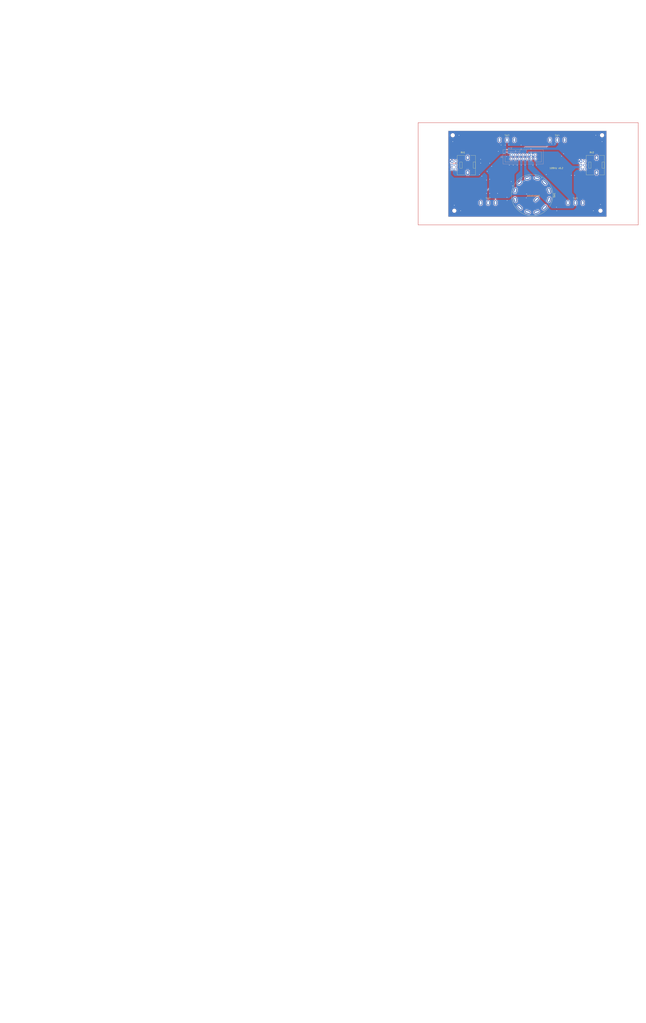
<source format=kicad_pcb>
(kicad_pcb
	(version 20240108)
	(generator "pcbnew")
	(generator_version "8.0")
	(general
		(thickness 1.6)
		(legacy_teardrops no)
	)
	(paper "A4")
	(layers
		(0 "F.Cu" signal)
		(31 "B.Cu" signal)
		(34 "B.Paste" user)
		(35 "F.Paste" user)
		(36 "B.SilkS" user "B.Silkscreen")
		(37 "F.SilkS" user "F.Silkscreen")
		(38 "B.Mask" user)
		(39 "F.Mask" user)
		(44 "Edge.Cuts" user)
		(45 "Margin" user)
		(46 "B.CrtYd" user "B.Courtyard")
		(47 "F.CrtYd" user "F.Courtyard")
		(48 "B.Fab" user)
		(49 "F.Fab" user)
	)
	(setup
		(stackup
			(layer "F.SilkS"
				(type "Top Silk Screen")
				(color "White")
			)
			(layer "F.Paste"
				(type "Top Solder Paste")
			)
			(layer "F.Mask"
				(type "Top Solder Mask")
				(color "Black")
				(thickness 0.01)
			)
			(layer "F.Cu"
				(type "copper")
				(thickness 0.035)
			)
			(layer "dielectric 1"
				(type "core")
				(thickness 1.51)
				(material "FR4")
				(epsilon_r 4.5)
				(loss_tangent 0.02)
			)
			(layer "B.Cu"
				(type "copper")
				(thickness 0.035)
			)
			(layer "B.Mask"
				(type "Bottom Solder Mask")
				(color "Black")
				(thickness 0.01)
			)
			(layer "B.Paste"
				(type "Bottom Solder Paste")
			)
			(layer "B.SilkS"
				(type "Bottom Silk Screen")
				(color "White")
			)
			(copper_finish "None")
			(dielectric_constraints yes)
		)
		(pad_to_mask_clearance 0)
		(allow_soldermask_bridges_in_footprints no)
		(aux_axis_origin 84 135)
		(grid_origin 84 135)
		(pcbplotparams
			(layerselection 0x00010fc_ffffffff)
			(plot_on_all_layers_selection 0x0000000_00000000)
			(disableapertmacros no)
			(usegerberextensions no)
			(usegerberattributes yes)
			(usegerberadvancedattributes yes)
			(creategerberjobfile yes)
			(dashed_line_dash_ratio 12.000000)
			(dashed_line_gap_ratio 3.000000)
			(svgprecision 4)
			(plotframeref no)
			(viasonmask no)
			(mode 1)
			(useauxorigin no)
			(hpglpennumber 1)
			(hpglpenspeed 20)
			(hpglpendiameter 15.000000)
			(pdf_front_fp_property_popups yes)
			(pdf_back_fp_property_popups yes)
			(dxfpolygonmode yes)
			(dxfimperialunits yes)
			(dxfusepcbnewfont yes)
			(psnegative no)
			(psa4output no)
			(plotreference yes)
			(plotvalue yes)
			(plotfptext yes)
			(plotinvisibletext no)
			(sketchpadsonfab no)
			(subtractmaskfromsilk no)
			(outputformat 1)
			(mirror no)
			(drillshape 1)
			(scaleselection 1)
			(outputdirectory "")
		)
	)
	(net 0 "")
	(net 1 "unconnected-(J1-Pin_14-Pad14)")
	(net 2 "/SYS_1")
	(net 3 "/SYS_2")
	(net 4 "/Gain")
	(net 5 "/Multiscan")
	(net 6 "/CCS")
	(net 7 "/PWS")
	(net 8 "/Tilt")
	(net 9 "VBUS")
	(net 10 "GND")
	(net 11 "+3V3")
	(net 12 "/WX+T")
	(net 13 "/TURB")
	(net 14 "/MAP")
	(net 15 "unconnected-(SW1-Pad3)")
	(net 16 "unconnected-(SW1-Pad5)")
	(net 17 "unconnected-(SW1-Pad6)")
	(net 18 "unconnected-(SW1-Pad4)")
	(net 19 "unconnected-(SW1-Pad2)")
	(net 20 "unconnected-(SW1-Pad9)")
	(net 21 "unconnected-(SW1-Pad1)")
	(net 22 "unconnected-(SW1-Pad11)")
	(net 23 "unconnected-(SW1-Pad12)")
	(footprint "NiasStuff:C&K_Rotary_Switches" (layer "F.Cu") (at 137.527109 121.078224 -90))
	(footprint "MountingHole:MountingHole_2.2mm_M2" (layer "F.Cu") (at 181 131))
	(footprint "NiasStuff:SW_SPDT_YUEN-FUNG_MT-0-102-A101-M200-RS" (layer "F.Cu") (at 121.5 86))
	(footprint "NiasStuff:SW_SPDT_YUEN-FUNG_MT-0-102-A101-M200-RS" (layer "F.Cu") (at 165 126))
	(footprint "NiasStuff:Potentiometer_Alps_RK09L_Double_Vertical" (layer "F.Cu") (at 168.5 99.5))
	(footprint "NiasStuff:SW_SPDT_YUEN-FUNG_MT-0-102-A101-M200-RS" (layer "F.Cu") (at 153.5 86))
	(footprint "NiasStuff:SW_SPDT_YUEN-FUNG_MT-0-102-A101-M200-RS" (layer "F.Cu") (at 109.5 126))
	(footprint "MountingHole:MountingHole_2.2mm_M2" (layer "F.Cu") (at 87 83))
	(footprint "NiasStuff:Potentiometer_Alps_RK09L_Double_Vertical" (layer "F.Cu") (at 86.5 99.5))
	(footprint "MountingHole:MountingHole_2.2mm_M2" (layer "F.Cu") (at 182 83))
	(footprint "MountingHole:MountingHole_2.2mm_M2" (layer "F.Cu") (at 88 131))
	(footprint "Connector_IDC:IDC-Header_2x07_P2.54mm_Vertical" (layer "B.Cu") (at 124.21 95.46 -90))
	(gr_line
		(start 205 75)
		(end 65 75)
		(stroke
			(width 0.2)
			(type default)
		)
		(layer "F.Cu")
		(uuid "0215d5a4-44c5-4383-8dde-53c9af7cc1ff")
	)
	(gr_line
		(start 65 75)
		(end 65 140)
		(stroke
			(width 0.2)
			(type default)
		)
		(layer "F.Cu")
		(uuid "9624d7e1-c5fd-4bcf-9a72-6c7fc2219f0f")
	)
	(gr_line
		(start 65 140)
		(end 205 140)
		(stroke
			(width 0.2)
			(type default)
		)
		(layer "F.Cu")
		(uuid "9fc20f4c-5fcb-4944-b797-276ff330bed5")
	)
	(gr_line
		(start 205 140)
		(end 205 75)
		(stroke
			(width 0.2)
			(type default)
		)
		(layer "F.Cu")
		(uuid "d4fb45ab-1283-450a-94ae-c7e436ec5e68")
	)
	(gr_line
		(start 185 135)
		(end 185 80)
		(stroke
			(width 0.1)
			(type default)
		)
		(layer "Edge.Cuts")
		(uuid "3ba09393-2a5e-4749-ae4d-a0a8cc5425d4")
	)
	(gr_line
		(start 185 80)
		(end 84 80)
		(stroke
			(width 0.1)
			(type default)
		)
		(layer "Edge.Cuts")
		(uuid "46d45510-8578-4c28-9efc-0665be11010f")
	)
	(gr_line
		(start 84 80)
		(end 84 135)
		(stroke
			(width 0.1)
			(type default)
		)
		(layer "Edge.Cuts")
		(uuid "5cd1c05f-b40b-47b4-a7d5-ecde1514859b")
	)
	(gr_line
		(start 84 135)
		(end 164 135)
		(stroke
			(width 0.1)
			(type default)
		)
		(layer "Edge.Cuts")
		(uuid "b3f786f3-bf6f-4f3f-8a22-7943679f9482")
	)
	(gr_line
		(start 164 135)
		(end 185 135)
		(stroke
			(width 0.1)
			(type default)
		)
		(layer "Edge.Cuts")
		(uuid "bf3e727e-08ae-492e-8551-de841063cb35")
	)
	(gr_line
		(start -59.468835 233.012516)
		(end -59.100172 232.984482)
		(stroke
			(width 0.563452)
			(type solid)
		)
		(layer "F.Fab")
		(uuid "00101fff-c463-428a-9829-0f65ee79dbde")
	)
	(gr_line
		(start -190.731725 211.851723)
		(end -190.74272 211.789829)
		(stroke
			(width 0.482675)
			(type solid)
		)
		(layer "F.Fab")
		(uuid "001608fa-a35c-4a71-8b88-4e79153b294c")
	)
	(gr_line
		(start 79.940037 537.805102)
		(end 79.733498 537.910885)
		(stroke
			(width 0.482999)
			(type solid)
		)
		(layer "F.Fab")
		(uuid "0036371f-1e02-4e25-8faf-79012b118a82")
	)
	(gr_line
		(start 185.445803 242.408897)
		(end 185.166178 242.373365)
		(stroke
			(width 0.482999)
			(type solid)
		)
		(layer "F.Fab")
		(uuid "004b71f1-ccae-458c-800e-08660bd3b7fe")
	)
	(gr_line
		(start -116.465169 13.282248)
		(end -115.892217 13.575696)
		(stroke
			(width 0.657399)
			(type solid)
		)
		(layer "F.Fab")
		(uuid "007e9638-36e8-4a61-8874-9dba4d1d693a")
	)
	(gr_line
		(start 12.480213 488.750061)
		(end 24.297657 488.750061)
		(stroke
			(width 0.664999)
			(type solid)
		)
		(layer "F.Fab")
		(uuid "0080f32c-f0f2-4e90-be76-6af9b7a88504")
	)
	(gr_line
		(start -175.76405 80.581573)
		(end -175.422779 80.256164)
		(stroke
			(width 0.483227)
			(type solid)
		)
		(layer "F.Fab")
		(uuid "00ce2009-40fd-4b79-a711-d7ed55392842")
	)
	(gr_line
		(start -142.42439 208.179444)
		(end -142.800383 208.246589)
		(stroke
			(width 0.482675)
			(type solid)
		)
		(layer "F.Fab")
		(uuid "00cfeac8-0f74-4cbd-a6e8-eac1d4ac4cfd")
	)
	(gr_line
		(start 100.571683 -1.392683)
		(end 100.983193 -1.62932)
		(stroke
			(width 0.483227)
			(type solid)
		)
		(layer "F.Fab")
		(uuid "011055cb-3839-469f-8dd2-4be7ef302984")
	)
	(gr_line
		(start 182.893137 241.483507)
		(end 182.674077 241.327729)
		(stroke
			(width 0.482999)
			(type solid)
		)
		(layer "F.Fab")
		(uuid "0145038e-5f63-4d22-8687-f279e8de0850")
	)
	(gr_line
		(start 171.276474 223.369417)
		(end 170.768915 223.768279)
		(stroke
			(width 0.782999)
			(type solid)
		)
		(layer "F.Fab")
		(uuid "015de77b-ea10-4eb8-9a42-04b19aa0843e")
	)
	(gr_line
		(start 76.459664 528.953844)
		(end 76.691413 528.900357)
		(stroke
			(width 0.482999)
			(type solid)
		)
		(layer "F.Fab")
		(uuid "018a5da2-77a6-4612-8c40-71a616df5cad")
	)
	(gr_line
		(start 162.038756 199.583614)
		(end 162.730152 199.566131)
		(stroke
			(width 0.782999)
			(type solid)
		)
		(layer "F.Fab")
		(uuid "019d36c6-cf28-4b1a-8889-9ce15757f6ed")
	)
	(gr_line
		(start -141.337913 207.871262)
		(end -141.692675 207.9913)
		(stroke
			(width 0.482675)
			(type solid)
		)
		(layer "F.Fab")
		(uuid "01cdd9ad-d5bd-474a-886d-26867a84d7d1")
	)
	(gr_line
		(start 185.166178 231.327379)
		(end 185.445803 231.291847)
		(stroke
			(width 0.482999)
			(type solid)
		)
		(layer "F.Fab")
		(uuid "01d71626-8e23-44ee-91cf-9cd5234e3fd8")
	)
	(gr_line
		(start 52.817443 21.191013)
		(end 53.434855 21.399923)
		(stroke
			(width 0.657399)
			(type solid)
		)
		(layer "F.Fab")
		(uuid "01dc3dc4-c0b2-48bf-a7c0-648b5652a2bd")
	)
	(gr_line
		(start 114.721546 10.837528)
		(end 114.524759 11.272855)
		(stroke
			(width 0.483227)
			(type solid)
		)
		(layer "F.Fab")
		(uuid "01ed501b-a069-4b5c-8e61-884794cdf7d7")
	)
	(gr_line
		(start 96.436792 3.633089)
		(end 96.612743 3.186802)
		(stroke
			(width 0.483227)
			(type solid)
		)
		(layer "F.Fab")
		(uuid "01ed675e-1f4f-481b-9d05-46a9d27be517")
	)
	(gr_line
		(start -39.477246 232.513877)
		(end -39.159198 233.453835)
		(stroke
			(width 0.720099)
			(type solid)
		)
		(layer "F.Fab")
		(uuid "0229eca3-2bbe-4bad-8310-5bd4dd8352bb")
	)
	(gr_line
		(start 189.764688 313.050835)
		(end 189.741097 313.00258)
		(stroke
			(width 0.712262)
			(type solid)
		)
		(layer "F.Fab")
		(uuid "0250f94a-3467-464b-8809-7beaf66ddab4")
	)
	(gr_line
		(start 188.680342 241.763377)
		(end 188.439427 241.886767)
		(stroke
			(width 0.482999)
			(type solid)
		)
		(layer "F.Fab")
		(uuid "0266abbb-8ce0-4d58-9858-7badfe105053")
	)
	(gr_line
		(start -92.179667 173.242712)
		(end -92.059629 172.887949)
		(stroke
			(width 0.482675)
			(type solid)
		)
		(layer "F.Fab")
		(uuid "0292ad3b-5489-476a-a2a1-9d4517e0ea48")
	)
	(gr_line
		(start 131.730769 0.404294)
		(end 132.05614 0.062988)
		(stroke
			(width 0.483227)
			(type solid)
		)
		(layer "F.Fab")
		(uuid "02a33015-8aaf-41c5-946b-f0d6d18bbcf3")
	)
	(gr_line
		(start 151.963682 204.963024)
		(end 152.362545 204.455466)
		(stroke
			(width 0.782999)
			(type solid)
		)
		(layer "F.Fab")
		(uuid "02af0d88-a7fa-4580-9352-bea27a4fdfe0")
	)
	(gr_line
		(start 114.897493 10.391239)
		(end 114.721546 10.837528)
		(stroke
			(width 0.483227)
			(type solid)
		)
		(layer "F.Fab")
		(uuid "02be2c4e-20ca-455a-b9ba-1de90d9b464f")
	)
	(gr_line
		(start 150.916101 206.597561)
		(end 151.239616 206.034916)
		(stroke
			(width 0.782999)
			(type solid)
		)
		(layer "F.Fab")
		(uuid "02cb7413-6352-4f64-89c1-041cedac67c4")
	)
	(gr_line
		(start -190.390515 189.262146)
		(end -190.346996 189.220663)
		(stroke
			(width 0.482675)
			(type solid)
		)
		(layer "F.Fab")
		(uuid "0308683a-1f6f-40ca-bb52-183d7d6a2847")
	)
	(gr_line
		(start 166.373217 46.43519)
		(end 166.661651 46.208525)
		(stroke
			(width 0.482675)
			(type solid)
		)
		(layer "F.Fab")
		(uuid "0310c1a2-633e-4144-a9dc-1f90ebedcaa6")
	)
	(gr_line
		(start 164.516242 55.966263)
		(end 164.347628 55.637049)
		(stroke
			(width 0.482675)
			(type solid)
		)
		(layer "F.Fab")
		(uuid "032394cf-9c7e-4de3-8bdc-88f26948ccde")
	)
	(gr_line
		(start -102.579175 619.448974)
		(end -98.273175 619.448974)
		(stroke
			(width 0.764999)
			(type solid)
		)
		(layer "F.Fab")
		(uuid "033228d3-545f-4d29-98f7-c6e92f5b8d44")
	)
	(gr_line
		(start -140.652976 193.817092)
		(end -140.323762 193.985705)
		(stroke
			(width 0.482675)
			(type solid)
		)
		(layer "F.Fab")
		(uuid "034de3c5-09a0-4ed4-b805-78c5fe9aceb7")
	)
	(gr_line
		(start -56.230583 233.415536)
		(end -55.900923 233.545517)
		(stroke
			(width 0.563452)
			(type solid)
		)
		(layer "F.Fab")
		(uuid "03581cfd-77ba-4a77-9236-46a2e6c75ce8")
	)
	(gr_line
		(start -142.209851 574.833191)
		(end -137.903882 574.833191)
		(stroke
			(width 0.764999)
			(type solid)
		)
		(layer "F.Fab")
		(uuid "038f3f1b-00e9-4153-a27b-64c48aabbd52")
	)
	(gr_line
		(start -15.286572 124.586273)
		(end -17.183484 124.586273)
		(stroke
			(width 0.94083)
			(type solid)
		)
		(layer "F.Fab")
		(uuid "0392669b-0a95-4f84-9944-c49496d574e2")
	)
	(gr_line
		(start -138.071462 205.556061)
		(end -138.31144 205.833101)
		(stroke
			(width 0.482675)
			(type solid)
		)
		(layer "F.Fab")
		(uuid "03e28784-8fd0-4b6a-a3db-029d62361355")
	)
	(gr_line
		(start 99.719118 303.720691)
		(end 99.80696 303.980303)
		(stroke
			(width 0.482999)
			(type solid)
		)
		(layer "F.Fab")
		(uuid "0442df9d-8cde-481a-9467-6a821e3aee0b")
	)
	(gr_line
		(start 97.792729 1.132139)
		(end 98.084451 0.760883)
		(stroke
			(width 0.483227)
			(type solid)
		)
		(layer "F.Fab")
		(uuid "045453c3-1438-49ff-b4a3-dced807b037f")
	)
	(gr_line
		(start -166.359784 78.012527)
		(end -165.893476 78.144959)
		(stroke
			(width 0.483227)
			(type solid)
		)
		(layer "F.Fab")
		(uuid "045c8f5a-4f4b-4912-9dd5-aa8c275d6f21")
	)
	(gr_line
		(start -169.321268 77.715912)
		(end -168.815594 77.703125)
		(stroke
			(width 0.483227)
			(type solid)
		)
		(layer "F.Fab")
		(uuid "04648341-5a43-4779-8357-38c8247a1276")
	)
	(gr_line
		(start 59.805668 10.34334)
		(end 59.701991 9.894105)
		(stroke
			(width 0.586999)
			(type solid)
		)
		(layer "F.Fab")
		(uuid "0465c01d-5a0c-4008-859f-b69e30f19af7")
	)
	(gr_line
		(start -166.811657 15.863876)
		(end -166.350172 15.423891)
		(stroke
			(width 0.657399)
			(type solid)
		)
		(layer "F.Fab")
		(uuid "04736af9-ddb7-4226-a0ac-1363a0607e50")
	)
	(gr_line
		(start 77.976318 6.608686)
		(end 78.035364 7.073384)
		(stroke
			(width 0.586999)
			(type solid)
		)
		(layer "F.Fab")
		(uuid "047a15b7-57c0-4aca-87da-18fa8e7ef554")
	)
	(gr_line
		(start 112.346018 56.862848)
		(end 112.109404 57.274399)
		(stroke
			(width 0.483227)
			(type solid)
		)
		(layer "F.Fab")
		(uuid "047e6d12-6454-4278-8c10-e114b6e26ed4")
	)
	(gr_line
		(start 209.046204 297.770463)
		(end 209.08638 297.79428)
		(stroke
			(width 0.712262)
			(type solid)
		)
		(layer "F.Fab")
		(uuid "04812ac9-97f4-4c2e-9cde-3e2bdf1178f9")
	)
	(gr_line
		(start -85.668391 183.108956)
		(end -86.050501 183.060401)
		(stroke
			(width 0.482675)
			(type solid)
		)
		(layer "F.Fab")
		(uuid "04854de9-d2de-47a8-becd-af3bb668e693")
	)
	(gr_line
		(start 146.278433 13.620043)
		(end 145.953052 13.961349)
		(stroke
			(width 0.483227)
			(type solid)
		)
		(layer "F.Fab")
		(uuid "049af132-c494-460d-a027-263a1a61d2e2")
	)
	(gr_line
		(start -167.075298 189.551078)
		(end -167.047662 189.605182)
		(stroke
			(width 0.482675)
			(type solid)
		)
		(layer "F.Fab")
		(uuid "04ae2fe0-b07d-4d09-a552-a7988a651b40")
	)
	(gr_line
		(start -55.900923 233.545517)
		(end -55.579359 233.690893)
		(stroke
			(width 0.563452)
			(type solid)
		)
		(layer "F.Fab")
		(uuid "04b2022f-41f0-4d76-a79a-5da17fdf36f5")
	)
	(gr_line
		(start -138.31144 195.565641)
		(end -138.071462 195.842681)
		(stroke
			(width 0.482675)
			(type solid)
		)
		(layer "F.Fab")
		(uuid "04d903eb-6b8b-4fbc-b774-193541f84aae")
	)
	(gr_line
		(start 131.421914 13.263448)
		(end 131.130193 12.89219)
		(stroke
			(width 0.483227)
			(type solid)
		)
		(layer "F.Fab")
		(uuid "04f2b196-b0d9-4f99-a0dd-c1af420f3d2e")
	)
	(gr_line
		(start 74.929187 348.805175)
		(end 68.090747 363.520996)
		(stroke
			(width 0.964999)
			(type solid)
		)
		(layer "F.Fab")
		(uuid "04fb3374-7835-4eb9-8c97-3ce5e1d5b0b1")
	)
	(gr_line
		(start 145.252871 52.719793)
		(end 145.223386 53.10754)
		(stroke
			(width 0.482675)
			(type solid)
		)
		(layer "F.Fab")
		(uuid "050797fa-c0b3-4423-9bfc-e71ff6e6776f")
	)
	(gr_poly
		(pts
			(xy -154.596051 623.771789) (xy -160.260815 629.436584) (xy -160.260815 627.777282) (xy -154.596051 622.112487)
		)
		(stroke
			(width 0)
			(type solid)
		)
		(fill solid)
		(layer "F.Fab")
		(uuid "052365dc-72b1-42ed-ad5a-2a06a83622a7")
	)
	(gr_line
		(start 60.243008 11.637076)
		(end 60.07676 11.215409)
		(stroke
			(width 0.586999)
			(type solid)
		)
		(layer "F.Fab")
		(uuid "053ef4c9-6eab-40a0-87cc-143b741df31c")
	)
	(gr_line
		(start -124.904046 12.241872)
		(end -124.249683 12.125015)
		(stroke
			(width 0.657399)
			(type solid)
		)
		(layer "F.Fab")
		(uuid "0552e959-4cae-4143-a319-c6eb8749de94")
	)
	(gr_line
		(start 181.70561 233.296287)
		(end 181.881222 233.093551)
		(stroke
			(width 0.482999)
			(type solid)
		)
		(layer "F.Fab")
		(uuid "0563dc4a-8487-48fb-acbe-ecd4f3cb6f98")
	)
	(gr_line
		(start -46.184107 281.398611)
		(end -46.216425 282.359897)
		(stroke
			(width 1.866999)
			(type solid)
		)
		(layer "F.Fab")
		(uuid "0592902d-9833-46e7-9f08-316a9c2582bc")
	)
	(gr_line
		(start 184.355569 242.186546)
		(end 184.095958 242.098703)
		(stroke
			(width 0.482999)
			(type solid)
		)
		(layer "F.Fab")
		(uuid "05c5905c-7b35-40d5-a240-7535f2e7aadc")
	)
	(gr_line
		(start -151.55892 199.918717)
		(end -151.510365 199.536607)
		(stroke
			(width 0.482675)
			(type solid)
		)
		(layer "F.Fab")
		(uuid "05f53372-0978-4994-aa05-17ccf83aee3f")
	)
	(gr_line
		(start 25.785625 -0.699228)
		(end 26.217064 -0.845211)
		(stroke
			(width 0.586999)
			(type solid)
		)
		(layer "F.Fab")
		(uuid "06008f37-26ba-405f-a5d7-5f4ea8672dc9")
	)
	(gr_line
		(start -109.385693 522.506347)
		(end -112.104382 522.506347)
		(stroke
			(width 0.764999)
			(type solid)
		)
		(layer "F.Fab")
		(uuid "06044bd2-26b9-41b8-b87f-56a7e697f483")
	)
	(gr_line
		(start 101.725015 42.550461)
		(end 102.208927 42.464035)
		(stroke
			(width 0.483227)
			(type solid)
		)
		(layer "F.Fab")
		(uuid "06102a3a-e93b-4de2-a91d-16ca80ef87ae")
	)
	(gr_line
		(start -94.264495 281.034189)
		(end -94.232177 280.072903)
		(stroke
			(width 1.866999)
			(type solid)
		)
		(layer "F.Fab")
		(uuid "06221477-bd6f-4298-aff3-8592396e6d2d")
	)
	(gr_line
		(start -65.976558 239.860869)
		(end -65.948525 239.492206)
		(stroke
			(width 0.563452)
			(type solid)
		)
		(layer "F.Fab")
		(uuid "06614b05-d87b-417b-86fb-c9087ae0ab3d")
	)
	(gr_line
		(start 98.084451 0.760883)
		(end 98.393306 0.404294)
		(stroke
			(width 0.483227)
			(type solid)
		)
		(layer "F.Fab")
		(uuid "06835b52-8975-43f5-80bf-be8d1784a838")
	)
	(gr_line
		(start -164.845067 14.241289)
		(end -164.305931 13.895655)
		(stroke
			(width 0.657399)
			(type solid)
		)
		(layer "F.Fab")
		(uuid "0691610d-9651-42fa-bdb2-baf7ac0726a6")
	)
	(gr_line
		(start -51.793574 238.075716)
		(end -51.695751 238.420202)
		(stroke
			(width 0.563452)
			(type solid)
		)
		(layer "F.Fab")
		(uuid "06e1feb4-af28-4495-be11-3f12c5c25cb8")
	)
	(gr_line
		(start 156.905245 225.112567)
		(end 156.325926 224.815857)
		(stroke
			(width 0.782999)
			(type solid)
		)
		(layer "F.Fab")
		(uuid "0716b07c-aee2-40fb-9659-953e145600b5")
	)
	(gr_poly
		(pts
			(xy -154.596051 615.953186) (xy -160.260815 621.61792) (xy -160.260815 619.958557) (xy -154.596051 614.293884)
		)
		(stroke
			(width 0)
			(type solid)
		)
		(fill solid)
		(layer "F.Fab")
		(uuid "07232815-6fb7-43f8-97b5-03181f96f8f3")
	)
	(gr_line
		(start 131.509263 56.895133)
		(end 131.296392 56.595784)
		(stroke
			(width 0.482675)
			(type solid)
		)
		(layer "F.Fab")
		(uuid "074b5706-e8fe-498d-8ee0-46abf23139b6")
	)
	(gr_line
		(start 89.059376 304.245445)
		(end 89.134667 303.980303)
		(stroke
			(width 0.482999)
			(type solid)
		)
		(layer "F.Fab")
		(uuid "075e1f59-cd73-414e-b0e2-e3a9a09bf458")
	)
	(gr_line
		(start 35.851511 1.779451)
		(end 36.143359 2.116368)
		(stroke
			(width 0.586999)
			(type solid)
		)
		(layer "F.Fab")
		(uuid "07a16504-8a18-40bd-b78b-aeeae167d0db")
	)
	(gr_line
		(start 93.619914 300.118822)
		(end 93.899538 300.08329)
		(stroke
			(width 0.482999)
			(type solid)
		)
		(layer "F.Fab")
		(uuid "07ce313e-1da9-4c32-99ad-536dc35f3961")
	)
	(gr_line
		(start 47.507399 20.662217)
		(end 48.182219 20.610903)
		(stroke
			(width 0.657399)
			(type solid)
		)
		(layer "F.Fab")
		(uuid "07db0afe-83cd-4e40-993a-90d951533b65")
	)
	(gr_line
		(start -173.499535 51.661509)
		(end -173.075831 51.444479)
		(stroke
			(width 0.483227)
			(type solid)
		)
		(layer "F.Fab")
		(uuid "07f83a87-e1fa-47c1-bab0-038f41c12eef")
	)
	(gr_line
		(start 164.898687 48.05797)
		(end 165.111558 47.758621)
		(stroke
			(width 0.482675)
			(type solid)
		)
		(layer "F.Fab")
		(uuid "080c1fd2-0c78-46f3-848b-4bff147875dd")
	)
	(gr_line
		(start -167.476449 189.109208)
		(end -167.427289 189.144117)
		(stroke
			(width 0.482675)
			(type solid)
		)
		(layer "F.Fab")
		(uuid "08185cfd-cce3-4195-8f9f-cea9be0af452")
	)
	(gr_line
		(start -167.804929 212.796509)
		(end -167.864537 212.813362)
		(stroke
			(width 0.482675)
			(type solid)
		)
		(layer "F.Fab")
		(uuid "081fb68c-396f-415b-8773-ea8447894510")
	)
	(gr_line
		(start 130.080394 51.164121)
		(end 130.14754 50.788127)
		(stroke
			(width 0.482675)
			(type solid)
		)
		(layer "F.Fab")
		(uuid "08ab4543-8ed2-4e2a-bb05-c4c6cb2a5b3f")
	)
	(gr_line
		(start 80.877546 537.138861)
		(end 80.703739 537.289416)
		(stroke
			(width 0.482999)
			(type solid)
		)
		(layer "F.Fab")
		(uuid "08d608af-03a4-4217-a53f-fd4d1a5907f9")
	)
	(gr_line
		(start 150.61939 218.82672)
		(end 150.350328 218.23157)
		(stroke
			(width 0.782999)
			(type solid)
		)
		(layer "F.Fab")
		(uuid "090ed466-ee35-40c7-bd99-a778b8a67ee7")
	)
	(gr_line
		(start 208.919834 313.537752)
		(end 208.875954 313.551032)
		(stroke
			(width 0.712262)
			(type solid)
		)
		(layer "F.Fab")
		(uuid "091ee2e7-4d00-49ca-b711-c145e97c8fa2")
	)
	(gr_line
		(start 81.86875 535.876389)
		(end 81.753411 536.076984)
		(stroke
			(width 0.482999)
			(type solid)
		)
		(layer "F.Fab")
		(uuid "0923c3a4-b3bc-4f69-bef3-592503cc0c1c")
	)
	(gr_line
		(start 129.774256 3.633089)
		(end 129.950206 3.186802)
		(stroke
			(width 0.483227)
			(type solid)
		)
		(layer "F.Fab")
		(uuid "0940c3d3-81a1-44d1-b23f-76828a4c559b")
	)
	(gr_line
		(start 208.962874 313.521726)
		(end 208.919834 313.537752)
		(stroke
			(width 0.712262)
			(type solid)
		)
		(layer "F.Fab")
		(uuid "094553ea-a6ea-4c6f-9a84-87201890572f")
	)
	(gr_line
		(start 191.265382 234.929248)
		(end 191.353224 235.18886)
		(stroke
			(width 0.482999)
			(type solid)
		)
		(layer "F.Fab")
		(uuid "094c74ea-1550-4ed9-a92a-f0590a74ce67")
	)
	(gr_poly
		(pts
			(xy -180.095898 552.917358) (xy -183.7458 555.024719) (xy -183.7458 550.809997)
		)
		(stroke
			(width 0)
			(type solid)
		)
		(fill solid)
		(layer "F.Fab")
		(uuid "0955d1f7-722f-4c8d-ab6e-d219b1cbd6cc")
	)
	(gr_line
		(start -136.927966 203.671331)
		(end -137.080867 204.009541)
		(stroke
			(width 0.482675)
			(type solid)
		)
		(layer "F.Fab")
		(uuid "09792c10-4042-487a-b9af-8e8dff63ef0b")
	)
	(gr_line
		(start -90.723248 12.569309)
		(end -90.09268 12.390249)
		(stroke
			(width 0.657399)
			(type solid)
		)
		(layer "F.Fab")
		(uuid "099f9d7e-4fc7-4e42-9783-00dd7cbfd861")
	)
	(gr_line
		(start 140.937783 45.444594)
		(end 141.266997 45.613208)
		(stroke
			(width 0.482675)
			(type solid)
		)
		(layer "F.Fab")
		(uuid "09c3b5ac-951a-4430-b4c5-47ef554e15ef")
	)
	(gr_line
		(start 138.790376 59.874092)
		(end 138.408266 59.922647)
		(stroke
			(width 0.482675)
			(type solid)
		)
		(layer "F.Fab")
		(uuid "09cf741b-6373-42e1-a717-6c415aa01a5f")
	)
	(gr_line
		(start 189.773885 232.7145)
		(end 189.967929 232.899505)
		(stroke
			(width 0.482999)
			(type solid)
		)
		(layer "F.Fab")
		(uuid "09d5204a-e87d-4de8-baf1-bba8d9e0cabb")
	)
	(gr_line
		(start 184.89103 231.376516)
		(end 185.166178 231.327379)
		(stroke
			(width 0.482999)
			(type solid)
		)
		(layer "F.Fab")
		(uuid "0a0c96e9-4284-429e-b810-54518411f3e0")
	)
	(gr_line
		(start 142.484303 46.43519)
		(end 142.761342 46.675168)
		(stroke
			(width 0.482675)
			(type solid)
		)
		(layer "F.Fab")
		(uuid "0a8e30f1-ff16-4440-83f3-43d9c979844f")
	)
	(gr_line
		(start -127.398335 13.016143)
		(end -126.794907 12.778219)
		(stroke
			(width 0.657399)
			(type solid)
		)
		(layer "F.Fab")
		(uuid "0a90518a-c4d6-4a91-a1da-634609c61b8a")
	)
	(gr_line
		(start 34.53388 0.58202)
		(end 34.884657 0.857675)
		(stroke
			(width 0.586999)
			(type solid)
		)
		(layer "F.Fab")
		(uuid "0ab6df82-fe76-4913-b2d6-76be1b753e4e")
	)
	(gr_line
		(start 187.413446 231.438906)
		(end 187.678587 231.514198)
		(stroke
			(width 0.482999)
			(type solid)
		)
		(layer "F.Fab")
		(uuid "0ac144c0-8ddb-44e1-9651-f7f1f43cff27")
	)
	(gr_line
		(start 130.031839 53.10754)
		(end 130.002355 52.719793)
		(stroke
			(width 0.482675)
			(type solid)
		)
		(layer "F.Fab")
		(uuid "0ac65734-23ea-4278-9e15-2ef76161ca55")
	)
	(gr_line
		(start -190.731725 189.896536)
		(end -190.717763 189.835746)
		(stroke
			(width 0.482675)
			(type solid)
		)
		(layer "F.Fab")
		(uuid "0b0ef6fa-2e38-44d1-9df9-104c286e1374")
	)
	(gr_line
		(start -63.607658 234.8609)
		(end -63.344253 234.632733)
		(stroke
			(width 0.563452)
			(type solid)
		)
		(layer "F.Fab")
		(uuid "0b1851e9-4b05-441f-b163-d09fef03e207")
	)
	(gr_line
		(start 177.121592 47.470186)
		(end 177.348257 47.758621)
		(stroke
			(width 0.482675)
			(type solid)
		)
		(layer "F.Fab")
		(uuid "0b462830-bab4-460e-92b9-cc30df1657f7")
	)
	(gr_line
		(start 133.358705 45.995653)
		(end 133.668489 45.797055)
		(stroke
			(width 0.482675)
			(type solid)
		)
		(layer "F.Fab")
		(uuid "0b4d94f8-b9ff-4563-aa77-33160f93787a")
	)
	(gr_line
		(start 63.606993 15.722392)
		(end 63.242963 15.463511)
		(stroke
			(width 0.586999)
			(type solid)
		)
		(layer "F.Fab")
		(uuid "0b5f4d42-e61f-4967-a325-afc9eb7da74c")
	)
	(gr_line
		(start -167.527335 189.076646)
		(end -167.476449 189.109208)
		(stroke
			(width 0.482675)
			(type solid)
		)
		(layer "F.Fab")
		(uuid "0b90c26e-c691-4eb9-a0f9-52289effc9f4")
	)
	(gr_line
		(start -51.317639 9.969406)
		(end -51.317608 11.971908)
		(stroke
			(width 1.556999)
			(type solid)
		)
		(layer "F.Fab")
		(uuid "0b971b76-fb11-4a4a-9b5d-2e686dddaba8")
	)
	(gr_line
		(start -51.476651 239.860869)
		(end -51.467206 240.234436)
		(stroke
			(width 0.563452)
			(type solid)
		)
		(layer "F.Fab")
		(uuid "0b9f8e1d-3cb1-4619-9fe2-a33315f98f67")
	)
	(gr_poly
		(pts
			(xy -154.596051 638.522949) (xy -163.754651 647.681579) (xy -165.417096 647.68457) (xy -154.596051 636.864135)
		)
		(stroke
			(width 0)
			(type solid)
		)
		(fill solid)
		(layer "F.Fab")
		(uuid "0bddbf5b-57e2-4faa-9091-5684bc80da66")
	)
	(gr_line
		(start -168.30992 50.48816)
		(end -167.810885 50.526111)
		(stroke
			(width 0.483227)
			(type solid)
		)
		(layer "F.Fab")
		(uuid "0c0066e3-37fd-417e-a2bd-b4380a519f6c")
	)
	(gr_line
		(start -109.385693 567.142761)
		(end -112.104382 567.142761)
		(stroke
			(width 0.764999)
			(type solid)
		)
		(layer "F.Fab")
		(uuid "0c0a20f5-bdcc-4e4a-ad1c-0cde6af65c8d")
	)
	(gr_line
		(start 142.761342 57.978582)
		(end 142.484303 58.21856)
		(stroke
			(width 0.482675)
			(type solid)
		)
		(layer "F.Fab")
		(uuid "0c16c3d0-9efc-426d-80c0-649a4c3b1059")
	)
	(gr_line
		(start -131.622082 15.863876)
		(end -131.160597 15.423891)
		(stroke
			(width 0.657399)
			(type solid)
		)
		(layer "F.Fab")
		(uuid "0c4adea2-f722-4250-80fb-983be4992f4a")
	)
	(gr_line
		(start -61.552287 233.545517)
		(end -61.222626 233.415536)
		(stroke
			(width 0.563452)
			(type solid)
		)
		(layer "F.Fab")
		(uuid "0c7adeed-0d02-4b6e-a153-789ce0821c9f")
	)
	(gr_line
		(start 208.693164 297.677002)
		(end 208.739838 297.678549)
		(stroke
			(width 0.712262)
			(type solid)
		)
		(layer "F.Fab")
		(uuid "0c81c63c-f61f-4919-a442-69d5d424a81a")
	)
	(gr_line
		(start 165.831012 57.725771)
		(end 165.578201 57.460605)
		(stroke
			(width 0.482675)
			(type solid)
		)
		(layer "F.Fab")
		(uuid "0c9247f5-a9bd-4fdf-8abc-2d5f0af1b61b")
	)
	(gr_line
		(start 94.847801 47.917736)
		(end 95.064812 47.493989)
		(stroke
			(width 0.483227)
			(type solid)
		)
		(layer "F.Fab")
		(uuid "0c9bb2d4-d66b-412e-9009-96c9ddad1164")
	)
	(gr_poly
		(pts
			(xy -180.153515 510.504638) (xy -183.803418 512.611999) (xy -183.803418 508.397277)
		)
		(stroke
			(width 0)
			(type solid)
		)
		(fill solid)
		(layer "F.Fab")
		(uuid "0ccd101e-9ebb-4b82-a1f2-53bdb3fd54e0")
	)
	(gr_line
		(start -94.035107 454.032287)
		(end -100.611279 454.032287)
		(stroke
			(width 0.564998)
			(type solid)
		)
		(layer "F.Fab")
		(uuid "0d06e681-12f2-4c43-8a38-b06de3f1fa76")
	)
	(gr_line
		(start -150.845426 197.389201)
		(end -150.676812 197.059986)
		(stroke
			(width 0.482675)
			(type solid)
		)
		(layer "F.Fab")
		(uuid "0d1f8556-de8e-4e25-aa16-0b6a5fc9b9ac")
	)
	(gr_line
		(start 93.891559 51.67269)
		(end 93.929507 51.173599)
		(stroke
			(width 0.483227)
			(type solid)
		)
		(layer "F.Fab")
		(uuid "0d32b59c-473f-4166-b332-1147e5731910")
	)
	(gr_line
		(start 95.301427 57.274386)
		(end 95.064812 56.862835)
		(stroke
			(width 0.483227)
			(type solid)
		)
		(layer "F.Fab")
		(uuid "0d48f622-deed-48c1-b841-d5e86c712790")
	)
	(gr_line
		(start 150.350328 207.77203)
		(end 150.61939 207.176881)
		(stroke
			(width 0.782999)
			(type solid)
		)
		(layer "F.Fab")
		(uuid "0d57edf5-75ae-48f6-b72d-a897b8dee1ed")
	)
	(gr_line
		(start 208.875954 297.701164)
		(end 208.919834 297.714444)
		(stroke
			(width 0.712262)
			(type solid)
		)
		(layer "F.Fab")
		(uuid "0d943498-1b46-48f1-b305-bba818001745")
	)
	(gr_line
		(start 76.232355 538.167887)
		(end 76.009787 538.092578)
		(stroke
			(width 0.482999)
			(type solid)
		)
		(layer "F.Fab")
		(uuid "0da55ae3-4048-4cdc-86de-f53b2f89ed72")
	)
	(gr_line
		(start 190.009669 297.880116)
		(end 190.046468 297.849181)
		(stroke
			(width 0.712262)
			(type solid)
		)
		(layer "F.Fab")
		(uuid "0da6380f-cf83-46d2-9c65-9e56548efbb3")
	)
	(gr_line
		(start -165.868022 15.006242)
		(end -165.366042 14.611763)
		(stroke
			(width 0.657399)
			(type solid)
		)
		(layer "F.Fab")
		(uuid "0db0ef0c-2f2e-4d92-861f-ba33670be0a6")
	)
	(gr_line
		(start -80.031048 181.404868)
		(end -80.319482 181.631533)
		(stroke
			(width 0.482675)
			(type solid)
		)
		(layer "F.Fab")
		(uuid "0dfb5434-cc5d-47a5-b859-1b97e22135f2")
	)
	(gr_line
		(start 163.682689 53.489649)
		(end 163.634134 53.10754)
		(stroke
			(width 0.482675)
			(type solid)
		)
		(layer "F.Fab")
		(uuid "0e032ea5-a34a-4e5a-a269-2b33dc05e2fc")
	)
	(gr_line
		(start -45.611475 223.859276)
		(end -44.877446 224.495108)
		(stroke
			(width 0.720099)
			(type solid)
		)
		(layer "F.Fab")
		(uuid "0e20dc06-f06e-4b45-a1ad-9c4223e0bed8")
	)
	(gr_line
		(start -172.194307 78.299457)
		(end -171.737722 78.14495)
		(stroke
			(width 0.483227)
			(type solid)
		)
		(layer "F.Fab")
		(uuid "0e4e885a-96be-4b1d-bb79-28747bd1a0fb")
	)
	(gr_line
		(start 89.837699 302.517864)
		(end 89.993475 302.298803)
		(stroke
			(width 0.482999)
			(type solid)
		)
		(layer "F.Fab")
		(uuid "0e9304f1-7bed-44ad-9a54-b7c8dcb4cdfd")
	)
	(gr_line
		(start 92.295963 300.493527)
		(end 92.549693 300.393484)
		(stroke
			(width 0.482999)
			(type solid)
		)
		(layer "F.Fab")
		(uuid "0ea5ff45-7091-4996-a413-b5c9c64cc3e0")
	)
	(gr_line
		(start 99.619075 307.816661)
		(end 99.507184 308.064158)
		(stroke
			(width 0.482999)
			(type solid)
		)
		(layer "F.Fab")
		(uuid "0ea75170-7389-457a-972c-a0871920e349")
	)
	(gr_line
		(start 115.443027 6.007345)
		(end 115.480976 6.506433)
		(stroke
			(width 0.483227)
			(type solid)
		)
		(layer "F.Fab")
		(uuid "0eec1d1b-4d94-4f72-9848-542895b39628")
	)
	(gr_line
		(start -164.131674 51.661509)
		(end -163.720167 51.898145)
		(stroke
			(width 0.483227)
			(type solid)
		)
		(layer "F.Fab")
		(uuid "0effb4bd-e337-4a1a-a8b4-03626e126995")
	)
	(gr_line
		(start -80.61883 169.181962)
		(end -80.319482 169.394834)
		(stroke
			(width 0.482675)
			(type solid)
		)
		(layer "F.Fab")
		(uuid "0f1167e8-56b0-4ad1-9903-f6a386139c05")
	)
	(gr_line
		(start 30.849591 17.11955)
		(end 30.392333 17.201208)
		(stroke
			(width 0.586999)
			(type solid)
		)
		(layer "F.Fab")
		(uuid "0f2940bf-6144-4f01-b2e8-e1aec7cb86f2")
	)
	(gr_poly
		(pts
			(xy -191.92204 634.952087) (xy -191.92204 636.611389) (xy -197.586804 630.946594) (xy -197.586804 629.287292)
		)
		(stroke
			(width 0)
			(type solid)
		)
		(fill solid)
		(layer "F.Fab")
		(uuid "0f947030-28e1-4c3f-8701-9019c657428d")
	)
	(gr_line
		(start 166.096178 46.675168)
		(end 166.373217 46.43519)
		(stroke
			(width 0.482675)
			(type solid)
		)
		(layer "F.Fab")
		(uuid "0fa89df8-94e7-424b-9289-eaebf375ad6f")
	)
	(gr_line
		(start 136.464849 44.779655)
		(end 136.846959 44.7311)
		(stroke
			(width 0.482675)
			(type solid)
		)
		(layer "F.Fab")
		(uuid "0fbd83b2-b0b1-4bdd-a907-bd1719579b20")
	)
	(gr_line
		(start 185.016651 90.395263)
		(end 181.455066 96.564148)
		(stroke
			(width 0.664999)
			(type solid)
		)
		(layer "F.Fab")
		(uuid "0fcb5669-d176-4675-a9c1-a2a13eaf966e")
	)
	(gr_line
		(start 107.647571 -2.615796)
		(end 108.122987 -2.506058)
		(stroke
			(width 0.483227)
			(type solid)
		)
		(layer "F.Fab")
		(uuid "0fead70f-0e29-4406-8bfe-1f093e08968e")
	)
	(gr_line
		(start 166.087926 226.014479)
		(end 165.4379 226.164504)
		(stroke
			(width 0.782999)
			(type solid)
		)
		(layer "F.Fab")
		(uuid "0ff17fd9-43f9-4603-9e10-e4314c3d9518")
	)
	(gr_line
		(start 148.780493 8.016983)
		(end 148.718003 8.508818)
		(stroke
			(width 0.483227)
			(type solid)
		)
		(layer "F.Fab")
		(uuid "1011a035-a6d1-4108-88e5-36998e998803")
	)
	(gr_line
		(start -167.427289 212.604143)
		(end -167.476449 212.639052)
		(stroke
			(width 0.482675)
			(type solid)
		)
		(layer "F.Fab")
		(uuid "10173f03-3558-4344-8f5e-6174bf89cdb3")
	)
	(gr_line
		(start -163.720167 51.898145)
		(end -163.321473 52.15377)
		(stroke
			(width 0.483227)
			(type solid)
		)
		(layer "F.Fab")
		(uuid "1034db02-baf7-4f64-8139-9a8d501def84")
	)
	(gr_line
		(start 97.825989 44.303201)
		(end 98.211256 44.029203)
		(stroke
			(width 0.483227)
			(type solid)
		)
		(layer "F.Fab")
		(uuid "103a3358-5051-4df6-846e-99404b56383a")
	)
	(gr_line
		(start 98.718677 0.062988)
		(end 99.059948 -0.262419)
		(stroke
			(width 0.483227)
			(type solid)
		)
		(layer "F.Fab")
		(uuid "104a15aa-8e68-41a4-a23f-b4877767c4b0")
	)
	(gr_line
		(start 190.046468 313.403014)
		(end 190.009669 313.372079)
		(stroke
			(width 0.712262)
			(type solid)
		)
		(layer "F.Fab")
		(uuid "10885cff-e7f9-4f71-ab2e-839c411adeec")
	)
	(gr_line
		(start -170.795994 77.902784)
		(end -170.312086 77.816359)
		(stroke
			(width 0.483227)
			(type solid)
		)
		(layer "F.Fab")
		(uuid "10917071-8f81-4877-a295-c2723e1a5f2c")
	)
	(gr_line
		(start 32.592561 -0.53297)
		(end 33.003872 -0.347021)
		(stroke
			(width 0.586999)
			(type solid)
		)
		(layer "F.Fab")
		(uuid "1093fad0-5439-448c-b8d2-c00194eb7649")
	)
	(gr_line
		(start 159.372378 199.989121)
		(end 160.022403 199.839096)
		(stroke
			(width 0.782999)
			(type solid)
		)
		(layer "F.Fab")
		(uuid "10a6dfa8-d879-4a12-8cc3-c1f74a83a5eb")
	)
	(gr_line
		(start 153.696322 222.947127)
		(end 153.229709 222.502254)
		(stroke
			(width 0.782999)
			(type solid)
		)
		(layer "F.Fab")
		(uuid "10bcf5b9-bab2-4ef2-b9bc-4bc8da12302a")
	)
	(gr_line
		(start -102.579175 544.945617)
		(end -102.579175 559.781067)
		(stroke
			(width 0.764999)
			(type solid)
		)
		(layer "F.Fab")
		(uuid "10cccce6-8d8b-47a4-ae64-a5539f897093")
	)
	(gr_line
		(start 178.70998 53.86564)
		(end 178.624724 54.235035)
		(stroke
			(width 0.482675)
			(type solid)
		)
		(layer "F.Fab")
		(uuid "10d5416c-b501-4c9f-8335-d13d45e70877")
	)
	(gr_line
		(start -53.124902 235.616787)
		(end -52.909394 235.891025)
		(stroke
			(width 0.563452)
			(type solid)
		)
		(layer "F.Fab")
		(uuid "10ec5812-b7b2-4f1a-b807-bb68d0f79595")
	)
	(gr_line
		(start -65.415524 237.408754)
		(end -65.270147 237.08719)
		(stroke
			(width 0.563452)
			(type solid)
		)
		(layer "F.Fab")
		(uuid "10eefed0-4ef3-4af7-87fc-7a20a25d15a4")
	)
	(gr_line
		(start 38.075072 6.151427)
		(end 38.156731 6.608686)
		(stroke
			(width 0.586999)
			(type solid)
		)
		(layer "F.Fab")
		(uuid "10ef413f-addd-4f1b-8cba-05c0eee190c3")
	)
	(gr_line
		(start 161.356437 199.635498)
		(end 162.038756 199.583614)
		(stroke
			(width 0.782999)
			(type solid)
		)
		(layer "F.Fab")
		(uuid "111b8acb-18cf-4798-98c4-44436814a8f7")
	)
	(gr_line
		(start 63.242963 15.463511)
		(end 62.892206 15.187856)
		(stroke
			(width 0.586999)
			(type solid)
		)
		(layer "F.Fab")
		(uuid "112e53c6-ed31-45f7-9c23-4843921232a3")
	)
	(gr_line
		(start 152.362545 221.548135)
		(end 151.963682 221.040577)
		(stroke
			(width 0.782999)
			(type solid)
		)
		(layer "F.Fab")
		(uuid "114b04ea-ca15-4b81-8bae-c736e5cc9242")
	)
	(gr_line
		(start 149.656299 229.687744)
		(end 178.145923 229.687744)
		(stroke
			(width 0.664582)
			(type solid)
		)
		(layer "F.Fab")
		(uuid "114d2ccb-fc48-4b8b-b688-46c70ff298a5")
	)
	(gr_line
		(start 180.543251 235.724323)
		(end 180.60564 235.454002)
		(stroke
			(width 0.482999)
			(type solid)
		)
		(layer "F.Fab")
		(uuid "116cb88e-0c28-4c1a-a5a5-12d75b2afb5d")
	)
	(gr_line
		(start 138.488697 363.162414)
		(end 147.325122 369.371154)
		(stroke
			(width 0.964999)
			(type solid)
		)
		(layer "F.Fab")
		(uuid "11756908-4f8d-4d30-a4a5-12493570f60a")
	)
	(gr_line
		(start 99.021462 43.53694)
		(end 99.445167 43.319909)
		(stroke
			(width 0.483227)
			(type solid)
		)
		(layer "F.Fab")
		(uuid "11971468-317a-4bb0-a75d-42ac379ec5e7")
	)
	(gr_line
		(start 97.518759 1.517443)
		(end 97.792729 1.132139)
		(stroke
			(width 0.483227)
			(type solid)
		)
		(layer "F.Fab")
		(uuid "11d2cbf5-1dba-41d6-82c7-908dcdbe4186")
	)
	(gr_line
		(start 93.344766 300.167959)
		(end 93.619914 300.118822)
		(stroke
			(width 0.482999)
			(type solid)
		)
		(layer "F.Fab")
		(uuid "11ede328-2119-4b3a-849a-265c9fbe1235")
	)
	(gr_line
		(start 148.717998 5.515513)
		(end 148.780491 6.007345)
		(stroke
			(width 0.483227)
			(type solid)
		)
		(layer "F.Fab")
		(uuid "12176952-dbc3-4a6d-b822-01f9e6c21d5f")
	)
	(gr_line
		(start -87.512972 168.341292)
		(end -87.158209 168.221254)
		(stroke
			(width 0.482675)
			(type solid)
		)
		(layer "F.Fab")
		(uuid "121c5cbf-ef83-407f-937b-bb85f96a11bc")
	)
	(gr_line
		(start -77.595808 173.242712)
		(end -77.492921 173.605031)
		(stroke
			(width 0.482675)
			(type solid)
		)
		(layer "F.Fab")
		(uuid "123f088c-36e3-422b-ab98-c4396823aca1")
	)
	(gr_line
		(start 66.037245 16.890742)
		(end 65.605826 16.744759)
		(stroke
			(width 0.586999)
			(type solid)
		)
		(layer "F.Fab")
		(uuid "1286b91f-4c55-4f48-98f4-6a4bde6a4320")
	)
	(gr_line
		(start -189.991882 212.754445)
		(end -190.047478 212.729388)
		(stroke
			(width 0.482675)
			(type solid)
		)
		(layer "F.Fab")
		(uuid "12889209-a7e7-490f-b05f-369ea32d8850")
	)
	(gr_line
		(start -92.36781 177.05194)
		(end -92.434956 176.675947)
		(stroke
			(width 0.482675)
			(type solid)
		)
		(layer "F.Fab")
		(uuid "129a3a23-7bef-4f94-9ab0-a2335d3b7926")
	)
	(gr_line
		(start -150.294368 196.430464)
		(end -150.081496 196.131115)
		(stroke
			(width 0.482675)
			(type solid)
		)
		(layer "F.Fab")
		(uuid "129f5afa-fd6c-44e2-af56-9f1e7375ca91")
	)
	(gr_line
		(start 103.211325 -2.506062)
		(end 103.686746 -2.615799)
		(stroke
			(width 0.483227)
			(type solid)
		)
		(layer "F.Fab")
		(uuid "12a7847f-39ce-440a-a1bc-a0bc6c74076f")
	)
	(gr_line
		(start 107.163663 -2.702223)
		(end 107.647571 -2.615796)
		(stroke
			(width 0.483227)
			(type solid)
		)
		(layer "F.Fab")
		(uuid "12fda699-f154-42f7-9eb5-0b30f4b633dd")
	)
	(gr_line
		(start -43.505042 225.867511)
		(end -42.869209 226.601539)
		(stroke
			(width 0.720099)
			(type solid)
		)
		(layer "F.Fab")
		(uuid "12ff4440-edb3-49ab-9e57-10abdf5f8063")
	)
	(gr_line
		(start -190.543452 189.447659)
		(end -190.508544 189.398498)
		(stroke
			(width 0.482675)
			(type solid)
		)
		(layer "F.Fab")
		(uuid "13002e09-74dd-4bf6-972a-6e36fe060bd8")
	)
	(gr_line
		(start 96.282298 4.08972)
		(end 96.436792 3.633089)
		(stroke
			(width 0.483227)
			(type solid)
		)
		(layer "F.Fab")
		(uuid "13809310-1b80-4859-9769-04856b84aa43")
	)
	(gr_line
		(start 76.497584 2.831192)
		(end 76.739094 3.207931)
		(stroke
			(width 0.586999)
			(type solid)
		)
		(layer "F.Fab")
		(uuid "13857fbb-0f26-461d-9fea-4c33d037732f")
	)
	(gr_line
		(start 181.70561 240.404457)
		(end 181.53974 240.193384)
		(stroke
			(width 0.482999)
			(type solid)
		)
		(layer "F.Fab")
		(uuid "1393c9be-c957-43b3-8b3e-eaf2a34a0a03")
	)
	(gr_line
		(start -151.135038 203.324605)
		(end -151.255076 202.969842)
		(stroke
			(width 0.482675)
			(type solid)
		)
		(layer "F.Fab")
		(uuid "13a2b90d-6d0a-462a-a449-b0502823c4c8")
	)
	(gr_line
		(start 139.166369 44.846801)
		(end 139.535765 44.932057)
		(stroke
			(width 0.482675)
			(type solid)
		)
		(layer "F.Fab")
		(uuid "13abe3bf-7c50-4095-bdca-83679040917c")
	)
	(gr_line
		(start 91.127813 301.164457)
		(end 91.346872 301.00868)
		(stroke
			(width 0.482999)
			(type solid)
		)
		(layer "F.Fab")
		(uuid "13c4c5aa-0cce-454d-94e3-467f50c496e0")
	)
	(gr_line
		(start -131.097332 537.356384)
		(end -128.378857 537.356384)
		(stroke
			(width 0.764999)
			(type solid)
		)
		(layer "F.Fab")
		(uuid "13cd6374-1445-42f9-b627-6d9d2339fc7f")
	)
	(gr_line
		(start 190.494416 240.193384)
		(end 190.328546 240.404457)
		(stroke
			(width 0.482999)
			(type solid)
		)
		(layer "F.Fab")
		(uuid "13e59d19-35c6-4113-b523-ea567480911b")
	)
	(gr_poly
		(pts
			(xy -187.412762 616.868957) (xy -189.072094 616.868957) (xy -197.586804 608.354187) (xy -197.586804 606.695373)
		)
		(stroke
			(width 0)
			(type solid)
		)
		(fill solid)
		(layer "F.Fab")
		(uuid "13fb8fee-d583-4d43-ab05-6efd9066bf8d")
	)
	(gr_line
		(start 147.862197 2.751487)
		(end 148.058986 3.186813)
		(stroke
			(width 0.483227)
			(type solid)
		)
		(layer "F.Fab")
		(uuid "142d07e0-243e-42ca-a0bb-1f01507c73b8")
	)
	(gr_line
		(start 180.680931 238.511884)
		(end 180.60564 238.246742)
		(stroke
			(width 0.482999)
			(type solid)
		)
		(layer "F.Fab")
		(uuid "1483965d-ad95-4db8-9d49-3dd917c50ece")
	)
	(gr_line
		(start -148.819837 206.591056)
		(end -149.096876 206.351078)
		(stroke
			(width 0.482675)
			(type solid)
		)
		(layer "F.Fab")
		(uuid "148a251f-e7b4-46f5-bdd6-8e85b21d4853")
	)
	(gr_line
		(start -178.442577 62.283591)
		(end -178.528996 61.799632)
		(stroke
			(width 0.483227)
			(type solid)
		)
		(layer "F.Fab")
		(uuid "14abdddf-eed3-4e27-b418-2501613a8101")
	)
	(gr_line
		(start -122.909853 11.989198)
		(end -122.226056 11.971908)
		(stroke
			(width 0.657399)
			(type solid)
		)
		(layer "F.Fab")
		(uuid "14b3a1c2-1b4e-48bf-bec6-d1eb4250cc9d")
	)
	(gr_line
		(start 129.619762 9.934596)
		(end 129.487342 9.468237)
		(stroke
			(width 0.483227)
			(type solid)
		)
		(layer "F.Fab")
		(uuid "14bfd8fa-52a3-418d-a36e-ab96a1e682fb")
	)
	(gr_line
		(start 208.919834 297.714444)
		(end 208.962874 297.73047)
		(stroke
			(width 0.712262)
			(type solid)
		)
		(layer "F.Fab")
		(uuid "14db4642-2c42-4a71-b0ca-106262a40f65")
	)
	(gr_line
		(start 99.619075 303.46696)
		(end 99.719118 303.720691)
		(stroke
			(width 0.482999)
			(type solid)
		)
		(layer "F.Fab")
		(uuid "14e463fb-6d92-4299-96ef-9bf5efa66d55")
	)
	(gr_line
		(start 27.564186 -1.155676)
		(end 28.028882 -1.214726)
		(stroke
			(width 0.586999)
			(type solid)
		)
		(layer "F.Fab")
		(uuid "14f197f9-d581-49d6-8cc9-d069fdea4e41")
	)
	(gr_line
		(start 189.8169 298.109798)
		(end 189.875438 298.025341)
		(stroke
			(width 0.712262)
			(type solid)
		)
		(layer "F.Fab")
		(uuid "152b01f7-558e-4b4d-a6e6-a592f43fc1b5")
	)
	(gr_line
		(start 65.605826 16.744759)
		(end 65.18418 16.578502)
		(stroke
			(width 0.586999)
			(type solid)
		)
		(layer "F.Fab")
		(uuid "152c1fde-4b10-49d1-bf62-a0d69db8a1e7")
	)
	(gr_line
		(start -159.10222 89.027418)
		(end -159.188638 89.511378)
		(stroke
			(width 0.483227)
			(type solid)
		)
		(layer "F.Fab")
		(uuid "153bcb8e-b6ad-4535-93e2-31f250f04419")
	)
	(gr_line
		(start 189.614473 298.744704)
		(end 189.628217 298.626617)
		(stroke
			(width 0.712262)
			(type solid)
		)
		(layer "F.Fab")
		(uuid "15618c39-c8ab-4e1d-b34b-45a5c96d71cd")
	)
	(gr_line
		(start 163.634134 53.10754)
		(end 163.60465 52.719793)
		(stroke
			(width 0.482675)
			(type solid)
		)
		(layer "F.Fab")
		(uuid "1572c990-051c-4421-a246-27be9e2476a9")
	)
	(gr_line
		(start 112.563002 47.917747)
		(end 112.759792 48.353073)
		(stroke
			(width 0.483227)
			(type solid)
		)
		(layer "F.Fab")
		(uuid "1578b418-ffd7-4fff-9516-ef15f4bb737c")
	)
	(gr_line
		(start 182.066226 240.801239)
		(end 181.881222 240.607193)
		(stroke
			(width 0.482999)
			(type solid)
		)
		(layer "F.Fab")
		(uuid "159e39e5-d113-4dcc-89b9-034255666f04")
	)
	(gr_line
		(start -167.925327 188.920935)
		(end -167.864537 188.934898)
		(stroke
			(width 0.482675)
			(type solid)
		)
		(layer "F.Fab")
		(uuid "15a6bae5-2bf9-47b8-b16b-cca85a1dd8dc")
	)
	(gr_line
		(start -166.359784 50.784771)
		(end -165.893476 50.917201)
		(stroke
			(width 0.483227)
			(type solid)
		)
		(layer "F.Fab")
		(uuid "15bec99d-30f4-4d7e-a7a6-da0b5dac65d3")
	)
	(gr_line
		(start 209.571593 298.569078)
		(end 209.58172 298.626617)
		(stroke
			(width 0.712262)
			(type solid)
		)
		(layer "F.Fab")
		(uuid "15cafa6a-ed38-439c-8be1-158b0d7c7a8f")
	)
	(gr_poly
		(pts
			(xy -190.11131 606.553283) (xy -179.704724 616.903564) (xy -179.704724 618.562378) (xy -191.796978 606.535705)
		)
		(stroke
			(width 0)
			(type solid)
		)
		(fill solid)
		(layer "F.Fab")
		(uuid "15cd6de2-1d4a-4b6d-ba0f-318f8d018d39")
	)
	(gr_line
		(start 96.756946 59.127594)
		(end 96.431575 58.786283)
		(stroke
			(width 0.483227)
			(type solid)
		)
		(layer "F.Fab")
		(uuid "15e12e3d-6f4f-4ce5-8b4e-55766cc1a491")
	)
	(gr_line
		(start 182.977405 89.444336)
		(end 180.541126 96.13797)
		(stroke
			(width 0.664999)
			(type solid)
		)
		(layer "F.Fab")
		(uuid "15e92099-8eb3-427a-8efd-de17919c52dd")
	)
	(gr_line
		(start 72.823766 16.392553)
		(end 72.412476 16.578502)
		(stroke
			(width 0.586999)
			(type solid)
		)
		(layer "F.Fab")
		(uuid "15f42428-c8ec-462a-ad51-1d43b5ddfae4")
	)
	(gr_line
		(start -127.986942 13.282248)
		(end -127.398335 13.016143)
		(stroke
			(width 0.657399)
			(type solid)
		)
		(layer "F.Fab")
		(uuid "16005b5c-8ab0-4f1a-940e-918af39cd009")
	)
	(gr_line
		(start 169.134377 201.187743)
		(end 169.697023 201.511257)
		(stroke
			(width 0.782999)
			(type solid)
		)
		(layer "F.Fab")
		(uuid "161531f9-e6dd-4c25-81da-a7c4f9056cfb")
	)
	(gr_line
		(start 94.470813 311.229126)
		(end 94.183288 311.221856)
		(stroke
			(width 0.482999)
			(type solid)
		)
		(layer "F.Fab")
		(uuid "163f3be5-77a0-4afd-854a-49f853f494e8")
	)
	(gr_line
		(start -94.080463 283.910433)
		(end -94.188569 282.954698)
		(stroke
			(width 1.866999)
			(type solid)
		)
		(layer "F.Fab")
		(uuid "1644f0cc-2d1f-4185-bcc0-601150244d2e")
	)
	(gr_line
		(start 77.790988 10.34334)
		(end 77.665871 10.78397)
		(stroke
			(width 0.586999)
			(type solid)
		)
		(layer "F.Fab")
		(uuid "1655ca9c-68fb-4dbe-a2be-9a92bc714b82")
	)
	(gr_line
		(start 148.631588 8.992778)
		(end 148.521863 9.468247)
		(stroke
			(width 0.483227)
			(type solid)
		)
		(layer "F.Fab")
		(uuid "166ba5e6-5177-495e-bcd2-854772492be3")
	)
	(gr_line
		(start 191.540041 235.999471)
		(end 191.575573 236.279096)
		(stroke
			(width 0.482999)
			(type solid)
		)
		(layer "F.Fab")
		(uuid "16e6d178-1a7b-40d4-950d-015b2f0d91c9")
	)
	(gr_line
		(start 60.857562 12.837601)
		(end 60.633993 12.448755)
		(stroke
			(width 0.586999)
			(type solid)
		)
		(layer "F.Fab")
		(uuid "16e796ac-a375-49af-851f-fcd769333f2a")
	)
	(gr_line
		(start -130.678447 15.006242)
		(end -130.176467 14.611763)
		(stroke
			(width 0.657399)
			(type solid)
		)
		(layer "F.Fab")
		(uuid "16fd0553-0783-4f7b-b31c-2bfa493bf781")
	)
	(gr_line
		(start -80.200268 421.760986)
		(end -80.200268 428.103027)
		(stroke
			(width 0.564998)
			(type solid)
		)
		(layer "F.Fab")
		(uuid "17012298-8794-4a6d-95ef-787fd61a1495")
	)
	(gr_line
		(start 113.541536 1.132146)
		(end 113.815506 1.517452)
		(stroke
			(width 0.483227)
			(type solid)
		)
		(layer "F.Fab")
		(uuid "17350c6a-9ea2-4ecb-b68d-9f095f6aede9")
	)
	(gr_line
		(start 79.733498 537.910885)
		(end 79.521314 538.006811)
		(stroke
			(width 0.482999)
			(type solid)
		)
		(layer "F.Fab")
		(uuid "17596e2c-591a-4558-974b-61686bfcf1ca")
	)
	(gr_line
		(start 77.167026 538.358509)
		(end 76.9273 538.328047)
		(stroke
			(width 0.482999)
			(type solid)
		)
		(layer "F.Fab")
		(uuid "176192fa-9dc6-4c49-a8b6-1e3a43b14768")
	)
	(gr_line
		(start 95.840503 7.012161)
		(end 95.85329 6.50643)
		(stroke
			(width 0.483227)
			(type solid)
		)
		(layer "F.Fab")
		(uuid "1764a38b-d852-4823-b10b-7a136fc6a6ce")
	)
	(gr_line
		(start 129.487342 4.556079)
		(end 129.619762 4.08972)
		(stroke
			(width 0.483227)
			(type solid)
		)
		(layer "F.Fab")
		(uuid "17ba4018-9d82-46f3-adee-251dce27ad0a")
	)
	(gr_line
		(start 168.604674 59.498765)
		(end 168.257947 59.362055)
		(stroke
			(width 0.482675)
			(type solid)
		)
		(layer "F.Fab")
		(uuid "17c5235a-d49f-40e7-bf5a-9dc6c2f2ad9c")
	)
	(gr_line
		(start 76.739094 12.837601)
		(end 76.497584 13.21434)
		(stroke
			(width 0.586999)
			(type solid)
		)
		(layer "F.Fab")
		(uuid "180b9c42-69a1-4354-84c9-479c1226d2ad")
	)
	(gr_line
		(start 180.494115 237.701272)
		(end 180.458583 237.421647)
		(stroke
			(width 0.482999)
			(type solid)
		)
		(layer "F.Fab")
		(uuid "18183cd0-1497-40d9-a418-6fbfe9c8029e")
	)
	(gr_line
		(start -122.737774 138.851898)
		(end -122.737774 127.272918)
		(stroke
			(width 0.726999)
			(type solid)
		)
		(layer "F.Fab")
		(uuid "1824567f-9fae-4888-80f5-abe4c9842eb8")
	)
	(gr_line
		(start 209.490679 298.299412)
		(end 209.510709 298.350692)
		(stroke
			(width 0.712262)
			(type solid)
		)
		(layer "F.Fab")
		(uuid "184c515a-2cad-4d77-bbba-91e2a70beee0")
	)
	(gr_line
		(start 90.91674 301.330329)
		(end 91.127813 301.164457)
		(stroke
			(width 0.482999)
			(type solid)
		)
		(layer "F.Fab")
		(uuid "185692ef-306e-4aaa-9e00-145136efb8fb")
	)
	(gr_line
		(start 189.628217 298.626617)
		(end 189.650566 298.512642)
		(stroke
			(width 0.712262)
			(type solid)
		)
		(layer "F.Fab")
		(uuid "1862d1b2-45c0-4e32-9732-109dcad367f9")
	)
	(gr_line
		(start 173.500379 45.034944)
		(end 173.855141 45.154983)
		(stroke
			(width 0.482675)
			(type solid)
		)
		(layer "F.Fab")
		(uuid "189eb3ce-4db8-466f-ba6c-3f64668d4e36")
	)
	(gr_line
		(start 189.360079 241.327729)
		(end 189.141019 241.483507)
		(stroke
			(width 0.482999)
			(type solid)
		)
		(layer "F.Fab")
		(uuid "18b41593-489a-4330-9de1-7f629f63d9d6")
	)
	(gr_line
		(start -137.903882 574.833191)
		(end -137.903882 589.580017)
		(stroke
			(width 0.764999)
			(type solid)
		)
		(layer "F.Fab")
		(uuid "18c9e862-a6d2-4f3f-90e5-85dd6cdd4c49")
	)
	(gr_line
		(start 186.304603 242.430474)
		(end 186.017078 242.437744)
		(stroke
			(width 0.482999)
			(type solid)
		)
		(layer "F.Fab")
		(uuid "18dcc9f6-132c-42a3-9867-2503b1eb2061")
	)
	(gr_line
		(start 38.075072 9.894105)
		(end 37.971387 10.34334)
		(stroke
			(width 0.586999)
			(type solid)
		)
		(layer "F.Fab")
		(uuid "18e33440-4ed4-4836-a908-e185e6c1e29a")
	)
	(gr_line
		(start 146.879 1.132146)
		(end 147.15297 1.517452)
		(stroke
			(width 0.483227)
			(type solid)
		)
		(layer "F.Fab")
		(uuid "1903a26b-520c-47d0-8f0c-1cfc4d55f30e")
	)
	(gr_poly
		(pts
			(xy -179.179638 644.520691) (xy -184.167675 647.400695) (xy -184.167675 641.640808)
		)
		(stroke
			(width 0)
			(type solid)
		)
		(fill solid)
		(layer "F.Fab")
		(uuid "190b23cd-3517-4290-9b5c-d10e3700d74a")
	)
	(gr_line
		(start 113.541559 12.892197)
		(end 113.249833 13.263453)
		(stroke
			(width 0.483227)
			(type solid)
		)
		(layer "F.Fab")
		(uuid "194b471a-ff09-442a-a0fc-1d2f8703ac81")
	)
	(gr_line
		(start -118.006665 106.395691)
		(end -158.656262 106.395691)
		(stroke
			(width 0.625856)
			(type solid)
		)
		(layer "F.Fab")
		(uuid "195110d8-eb0e-43ef-b276-59a1268ef3ad")
	)
	(gr_line
		(start -81.915778 168.478002)
		(end -81.577568 168.630904)
		(stroke
			(width 0.482675)
			(type solid)
		)
		(layer "F.Fab")
		(uuid "1954c128-b9cb-49bc-bcf9-0e4d9b17eeaf")
	)
	(gr_line
		(start 98.22762 301.505943)
		(end 98.421665 301.690948)
		(stroke
			(width 0.482999)
			(type solid)
		)
		(layer "F.Fab")
		(uuid "19595ab4-c7f8-448e-b05f-21e2c541dd98")
	)
	(gr_line
		(start 48.182219 20.610903)
		(end 48.866016 20.593612)
		(stroke
			(width 0.657399)
			(type solid)
		)
		(layer "F.Fab")
		(uuid "196a08d4-2de6-44d5-ad79-40a1cbff1191")
	)
	(gr_line
		(start 33.404242 16.187496)
		(end 33.003872 16.392553)
		(stroke
			(width 0.586999)
			(type solid)
		)
		(layer "F.Fab")
		(uuid "1988173e-10d4-4804-b2cd-a1042ef1252c")
	)
	(gr_line
		(start 63.606993 0.32314)
		(end 63.983713 0.081617)
		(stroke
			(width 0.586999)
			(type solid)
		)
		(layer "F.Fab")
		(uuid "199492e2-bd8f-480c-aa57-676f273551f0")
	)
	(gr_line
		(start 150.109759 208.382165)
		(end 150.350328 207.77203)
		(stroke
			(width 0.782999)
			(type solid)
		)
		(layer "F.Fab")
		(uuid "19a64462-2d92-46e0-a266-54ceba69d522")
	)
	(gr_line
		(start -53.593438 235.101268)
		(end -53.353069 235.353383)
		(stroke
			(width 0.563452)
			(type solid)
		)
		(layer "F.Fab")
		(uuid "19aa717c-6e7c-4284-b9a7-d25145049f9f")
	)
	(gr_line
		(start -137.249481 204.338756)
		(end -137.433327 204.658495)
		(stroke
			(width 0.482675)
			(type solid)
		)
		(layer "F.Fab")
		(uuid "19b77ae2-ae76-4bb9-aeb5-8e803fea0577")
	)
	(gr_line
		(start -167.105436 189.498545)
		(end -167.075298 189.551078)
		(stroke
			(width 0.482675)
			(type solid)
		)
		(layer "F.Fab")
		(uuid "19be36c1-b688-48b0-a07c-6e941d78431b")
	)
	(gr_line
		(start 115.294116 5.031555)
		(end 115.380535 5.515513)
		(stroke
			(width 0.483227)
			(type solid)
		)
		(layer "F.Fab")
		(uuid "19c0beeb-af7d-47a2-bee6-e46d996f9739")
	)
	(gr_line
		(start 148.780491 6.007345)
		(end 148.818439 6.506433)
		(stroke
			(width 0.483227)
			(type solid)
		)
		(layer "F.Fab")
		(uuid "19c54ffe-ac5e-4a64-8a61-05820fa6fb11")
	)
	(gr_line
		(start -93.365025 275.325949)
		(end -93.05 274.400665)
		(stroke
			(width 1.866999)
			(type solid)
		)
		(layer "F.Fab")
		(uuid "19def71c-587c-4ee3-9004-59c3d390d559")
	)
	(gr_line
		(start 164.516242 48.687494)
		(end 164.700088 48.367754)
		(stroke
			(width 0.482675)
			(type solid)
		)
		(layer "F.Fab")
		(uuid "1a0fe17f-e1a0-48e1-a34a-a80479ea4d23")
	)
	(gr_line
		(start 190.152933 233.093551)
		(end 190.328546 233.296287)
		(stroke
			(width 0.482999)
			(type solid)
		)
		(layer "F.Fab")
		(uuid "1a13987b-b65b-4dce-8c99-01b95969ed01")
	)
	(gr_line
		(start -176.089426 53.695108)
		(end -175.76405 53.353805)
		(stroke
			(width 0.483227)
			(type solid)
		)
		(layer "F.Fab")
		(uuid "1a18a69a-d34e-44c3-8ee1-e2b936bacf7c")
	)
	(gr_line
		(start 25.785625 16.744759)
		(end 25.363958 16.578502)
		(stroke
			(width 0.586999)
			(type solid)
		)
		(layer "F.Fab")
		(uuid "1a3f2b09-0505-4b26-b8a4-bd7f5f3cb338")
	)
	(gr_line
		(start 130.146996 2.751476)
		(end 130.364007 2.327729)
		(stroke
			(width 0.483227)
			(type solid)
		)
		(layer "F.Fab")
		(uuid "1a594243-74a4-4b21-9291-f147508e0343")
	)
	(gr_line
		(start 95.85329 6.50643)
		(end 95.891238 6.00734)
		(stroke
			(width 0.483227)
			(type solid)
		)
		(layer "F.Fab")
		(uuid "1a64c3f4-250f-430a-aade-eef944e807b9")
	)
	(gr_line
		(start -161.232934 81.279469)
		(end -160.94121 81.650725)
		(stroke
			(width 0.483227)
			(type solid)
		)
		(layer "F.Fab")
		(uuid "1a848f85-d150-41a1-bea7-4709c3a6f8d1")
	)
	(gr_line
		(start 95.867181 311.053224)
		(end 95.596861 311.115613)
		(stroke
			(width 0.482999)
			(type solid)
		)
		(layer "F.Fab")
		(uuid "1a9c56c0-51bb-4892-8519-7c0fd18bd961")
	)
	(gr_line
		(start 97.026543 2.327729)
		(end 97.263158 1.916179)
		(stroke
			(width 0.483227)
			(type solid)
		)
		(layer "F.Fab")
		(uuid "1ab526a1-8bfc-4e6a-b7bb-047be817ffac")
	)
	(gr_line
		(start -92.059629 172.887949)
		(end -91.922919 172.541223)
		(stroke
			(width 0.482675)
			(type solid)
		)
		(layer "F.Fab")
		(uuid "1ad4694e-515a-440f-822f-930f23c0dc0f")
	)
	(gr_line
		(start -40.657422 528.497863)
		(end -39.069928 528.497863)
		(stroke
			(width 0.482999)
			(type solid)
		)
		(layer "F.Fab")
		(uuid "1ae4a138-9252-4edf-b22e-1fd48bb7bb7a")
	)
	(gr_line
		(start 94.847801 56.439088)
		(end 94.651012 56.003763)
		(stroke
			(width 0.483227)
			(type solid)
		)
		(layer "F.Fab")
		(uuid "1ae94400-8dee-4eaa-ac05-8d2496d09a91")
	)
	(gr_line
		(start 74.609835 529.896862)
		(end 74.79079 529.75466)
		(stroke
			(width 0.482999)
			(type solid)
		)
		(layer "F.Fab")
		(uuid "1b1aebd5-a683-4dfe-8095-6fb653923e1c")
	)
	(gr_line
		(start -125.546927 12.390249)
		(end -124.904046 12.241872)
		(stroke
			(width 0.657399)
			(type solid)
		)
		(layer "F.Fab")
		(uuid "1b24f1bf-fe89-4610-a85b-d22277181c4b")
	)
	(gr_line
		(start 38.251639 8.500593)
		(end 38.215781 8.972148)
		(stroke
			(width 0.586999)
			(type solid)
		)
		(layer "F.Fab")
		(uuid "1b304a1a-5f82-4730-876e-0dffcd0126e2")
	)
	(gr_line
		(start -52.343378 236.774179)
		(end -52.183063 237.08719)
		(stroke
			(width 0.563452)
			(type solid)
		)
		(layer "F.Fab")
		(uuid "1b3ce4d9-fa4d-409a-a155-6d95d3597e87")
	)
	(gr_line
		(start 28.97826 -1.262665)
		(end 29.456084 -1.250583)
		(stroke
			(width 0.586999)
			(type solid)
		)
		(layer "F.Fab")
		(uuid "1b3dc055-0ef5-4749-bc36-7b2735848945")
	)
	(gr_line
		(start 86.616748 102.978912)
		(end 79.28783 105.024597)
		(stroke
			(width 0.664999)
			(type solid)
		)
		(layer "F.Fab")
		(uuid "1b44552d-e58c-4c69-84a4-440f0018e34f")
	)
	(gr_line
		(start -89.455994 169.394834)
		(end -89.156645 169.181962)
		(stroke
			(width 0.482675)
			(type solid)
		)
		(layer "F.Fab")
		(uuid "1b8adea6-8213-412f-b81e-aca3dd273980")
	)
	(gr_line
		(start 160.022403 199.839096)
		(end 160.684038 199.72094)
		(stroke
			(width 0.782999)
			(type solid)
		)
		(layer "F.Fab")
		(uuid "1b91bbb1-d333-479e-aab8-038af0f5c2ea")
	)
	(gr_line
		(start -149.46522 14.611763)
		(end -148.963239 15.006242)
		(stroke
			(width 0.657399)
			(type solid)
		)
		(layer "F.Fab")
		(uuid "1bbbf771-a7e2-4b2a-a919-cf1141071106")
	)
	(gr_line
		(start -25.090649 469.443969)
		(end -13.273205 469.443969)
		(stroke
			(width 0.664999)
			(type solid)
		)
		(layer "F.Fab")
		(uuid "1bcc34bb-d3bc-4be5-9d0c-59c2ca435310")
	)
	(gr_line
		(start -159.039729 86.525939)
		(end -159.001781 87.025031)
		(stroke
			(width 0.483227)
			(type solid)
		)
		(layer "F.Fab")
		(uuid "1bd188e8-ae55-4a56-898d-e1ccdec687b0")
	)
	(gr_line
		(start 190.009669 313.372079)
		(end 189.974109 313.33892)
		(stroke
			(width 0.712262)
			(type solid)
		)
		(layer "F.Fab")
		(uuid "1bd766f9-22c0-43d0-a505-84c9293c3ca2")
	)
	(gr_line
		(start 132.493883 46.675168)
		(end 132.770922 46.43519)
		(stroke
			(width 0.482675)
			(type solid)
		)
		(layer "F.Fab")
		(uuid "1be72a43-9093-4e98-aaf8-77f6b1d25045")
	)
	(gr_line
		(start 115.051983 9.934606)
		(end 114.897493 10.391239)
		(stroke
			(width 0.483227)
			(type solid)
		)
		(layer "F.Fab")
		(uuid "1bec11b3-2c96-4261-9fa9-50dbf83b0953")
	)
	(gr_line
		(start 170.449254 59.922647)
		(end 170.067144 59.874092)
		(stroke
			(width 0.482675)
			(type solid)
		)
		(layer "F.Fab")
		(uuid "1bf03c6d-0a52-403a-a771-ddfa275ce39e")
	)
	(gr_line
		(start -91.006087 170.944927)
		(end -90.779423 170.656493)
		(stroke
			(width 0.482675)
			(type solid)
		)
		(layer "F.Fab")
		(uuid "1bfaf03a-7253-4897-a736-f1d6dfa13418")
	)
	(gr_line
		(start -87.859698 182.548364)
		(end -88.197908 182.395463)
		(stroke
			(width 0.482675)
			(type solid)
		)
		(layer "F.Fab")
		(uuid "1c00eeae-b203-4fc0-84d9-50d63477ac27")
	)
	(gr_line
		(start -1.688916 124.586273)
		(end -1.688916 136.540313)
		(stroke
			(width 0.522683)
			(type solid)
		)
		(layer "F.Fab")
		(uuid "1c456ff4-305f-419b-99f6-18d2decd2425")
	)
	(gr_line
		(start -94.026636 278.156993)
		(end -93.853274 277.205857)
		(stroke
			(width 1.866999)
			(type solid)
		)
		(layer "F.Fab")
		(uuid "1c485891-3f01-4f46-a3b1-adcb0ab8a3dc")
	)
	(gr_line
		(start 177.943573 48.687494)
		(end 178.112187 49.016709)
		(stroke
			(width 0.482675)
			(type solid)
		)
		(layer "F.Fab")
		(uuid "1c4e9837-b8d4-4a82-a508-c87726d44309")
	)
	(gr_line
		(start 96.436792 10.391228)
		(end 96.282298 9.934596)
		(stroke
			(width 0.483227)
			(type solid)
		)
		(layer "F.Fab")
		(uuid "1c5c6b5e-be8b-4294-b0fb-eeccaaacba60")
	)
	(gr_line
		(start -44.877446 224.495108)
		(end -44.174878 225.164943)
		(stroke
			(width 0.720099)
			(type solid)
		)
		(layer "F.Fab")
		(uuid "1c6243a8-6f1a-4d88-80fe-399c0747f2e2")
	)
	(gr_line
		(start 131.097793 56.286001)
		(end 130.913947 55.966263)
		(stroke
			(width 0.482675)
			(type solid)
		)
		(layer "F.Fab")
		(uuid "1c72c5f2-8b36-40f8-a944-ee71d85c88b8")
	)
	(gr_line
		(start -160.94121 81.650725)
		(end -160.667238 82.036031)
		(stroke
			(width 0.483227)
			(type solid)
		)
		(layer "F.Fab")
		(uuid "1c862dcc-9cfa-4ac5-8161-036ab6f99c63")
	)
	(gr_line
		(start 72.891418 534.082901)
		(end 72.87292 533.839638)
		(stroke
			(width 0.482999)
			(type solid)
		)
		(layer "F.Fab")
		(uuid "1c8e7bd3-6ebe-47c2-a9fb-f69607e956fc")
	)
	(gr_line
		(start 181.881222 233.093551)
		(end 182.066226 232.899505)
		(stroke
			(width 0.482999)
			(type solid)
		)
		(layer "F.Fab")
		(uuid "1c95d7ca-d07e-4a47-9aae-29720b8b860f")
	)
	(gr_line
		(start 64.37254 16.187496)
		(end 63.983713 15.963914)
		(stroke
			(width 0.586999)
			(type solid)
		)
		(layer "F.Fab")
		(uuid "1ca23d74-4d31-48f2-a851-f7d49c8a48fd")
	)
	(gr_line
		(start 140.252846 45.154983)
		(end 140.599573 45.291693)
		(stroke
			(width 0.482675)
			(type solid)
		)
		(layer "F.Fab")
		(uuid "1cec2415-b242-4679-85f9-8376a0944af6")
	)
	(gr_line
		(start -151.588405 200.306465)
		(end -151.55892 199.918717)
		(stroke
			(width 0.482675)
			(type solid)
		)
		(layer "F.Fab")
		(uuid "1cef0e2b-02e9-479d-a24a-7fa6836f4785")
	)
	(gr_line
		(start 131.421914 0.760883)
		(end 131.730769 0.404294)
		(stroke
			(width 0.483227)
			(type solid)
		)
		(layer "F.Fab")
		(uuid "1cfd78a0-e68e-4a80-ae93-9bf064932f42")
	)
	(gr_line
		(start -148.819837 194.807686)
		(end -148.531403 194.581022)
		(stroke
			(width 0.482675)
			(type solid)
		)
		(layer "F.Fab")
		(uuid "1d3b6d9b-5122-4d62-949b-2c7815cf3863")
	)
	(gr_line
		(start 95.064812 47.493989)
		(end 95.301427 47.082439)
		(stroke
			(width 0.483227)
			(type solid)
		)
		(layer "F.Fab")
		(uuid "1d71038c-97e2-4c63-87ea-646b2508aef3")
	)
	(gr_line
		(start -155.392004 12.125015)
		(end -154.737641 12.241872)
		(stroke
			(width 0.657399)
			(type solid)
		)
		(layer "F.Fab")
		(uuid "1d914c03-3519-4035-a710-ab5b070d8ebe")
	)
	(gr_line
		(start 75.792261 529.179468)
		(end 76.009787 529.0937)
		(stroke
			(width 0.482999)
			(type solid)
		)
		(layer "F.Fab")
		(uuid "1da7fb8b-3ada-498b-a524-84ea2b5516b3")
	)
	(gr_line
		(start 112.94097 13.620043)
		(end 112.615589 13.961349)
		(stroke
			(width 0.483227)
			(type solid)
		)
		(layer "F.Fab")
		(uuid "1e03e4f3-d950-4a03-b92d-f1c426303eed")
	)
	(gr_line
		(start -159.188638 58.322361)
		(end -159.10222 58.806322)
		(stroke
			(width 0.483227)
			(type solid)
		)
		(layer "F.Fab")
		(uuid "1e150e8e-3f60-459d-b767-7426758f7df6")
	)
	(gr_line
		(start -167.74658 212.776844)
		(end -167.804929 212.796509)
		(stroke
			(width 0.482675)
			(type solid)
		)
		(layer "F.Fab")
		(uuid "1e37b136-cde6-442c-8f05-263ba924ac3d")
	)
	(gr_line
		(start -178.332849 89.986847)
		(end -178.442577 89.511378)
		(stroke
			(width 0.483227)
			(type solid)
		)
		(layer "F.Fab")
		(uuid "1e520b95-df3e-453e-9cef-a62a9a3900c6")
	)
	(gr_line
		(start -40.472668 14.461532)
		(end -42.150647 16.085556)
		(stroke
			(width 1.556999)
			(type solid)
		)
		(layer "F.Fab")
		(uuid "1e705f4c-cf17-490b-b827-66f3f9bf313a")
	)
	(gr_line
		(start -163.321473 52.15377)
		(end -162.936209 52.427765)
		(stroke
			(width 0.483227)
			(type solid)
		)
		(layer "F.Fab")
		(uuid "1e72a1ef-a467-4e03-9061-04b9b0f915b2")
	)
	(gr_line
		(start 133.51045 -1.137056)
		(end 133.909147 -1.392683)
		(stroke
			(width 0.483227)
			(type solid)
		)
		(layer "F.Fab")
		(uuid "1ea74d01-6e15-4627-a843-2d439e310c55")
	)
	(gr_line
		(start -92.059629 178.138417)
		(end -92.179667 177.783655)
		(stroke
			(width 0.482675)
			(type solid)
		)
		(layer "F.Fab")
		(uuid "1eb2bb7f-2e80-4124-a32a-ad64362a0eb1")
	)
	(gr_line
		(start 188.680342 231.937367)
		(end 188.914323 232.071904)
		(stroke
			(width 0.482999)
			(type solid)
		)
		(layer "F.Fab")
		(uuid "1ec48046-26a7-4f32-a071-4a239c19c7e3")
	)
	(gr_line
		(start -136.483074 199.160614)
		(end -136.415928 199.536607)
		(stroke
			(width 0.482675)
			(type solid)
		)
		(layer "F.Fab")
		(uuid "1ee1451b-6aa8-48c8-9d59-831009afe949")
	)
	(gr_line
		(start -165.436894 51.071708)
		(end -164.990654 51.247673)
		(stroke
			(width 0.483227)
			(type solid)
		)
		(layer "F.Fab")
		(uuid "1eef0d1b-3549-43ab-9f11-eae016c6630c")
	)
	(gr_line
		(start 148.81844 7.517891)
		(end 148.780493 8.016983)
		(stroke
			(width 0.483227)
			(type solid)
		)
		(layer "F.Fab")
		(uuid "1ef6e7ca-7e8e-453f-827f-05c0eaad6cab")
	)
	(gr_line
		(start 99.383795 302.978544)
		(end 99.507184 303.21946)
		(stroke
			(width 0.482999)
			(type solid)
		)
		(layer "F.Fab")
		(uuid "1f38b67d-3b83-4bb8-b0b6-61d21231a585")
	)
	(gr_line
		(start 151.589091 205.489788)
		(end 151.963682 204.963024)
		(stroke
			(width 0.782999)
			(type solid)
		)
		(layer "F.Fab")
		(uuid "1f39f9b8-75b6-41ec-9a1a-77b7ba0b6167")
	)
	(gr_line
		(start -167.60722 603.064331)
		(end -171.690808 603.064331)
		(stroke
			(width 1.964999)
			(type solid)
		)
		(layer "F.Fab")
		(uuid "1f583707-084f-43ee-9649-63d5d7e8bd45")
	)
	(gr_line
		(start -77.492921 177.421336)
		(end -77.595808 177.783655)
		(stroke
			(width 0.482675)
			(type solid)
		)
		(layer "F.Fab")
		(uuid "1f759004-cbfb-4090-91bb-d09cebb79fa0")
	)
	(gr_line
		(start -55.886459 12.778219)
		(end -55.269045 12.569309)
		(stroke
			(width 0.657399)
			(type solid)
		)
		(layer "F.Fab")
		(uuid "1f8e327b-b3d1-4f05-b59b-4cb4a112eea0")
	)
	(gr_line
		(start -167.987221 212.838319)
		(end -168.050142 212.846269)
		(stroke
			(width 0.482675)
			(type solid)
		)
		(layer "F.Fab")
		(uuid "1fabdcd6-5f20-4613-8de5-3c94505e11e1")
	)
	(gr_line
		(start 80.703739 537.289416)
		(end 80.522784 537.431619)
		(stroke
			(width 0.482999)
			(type solid)
		)
		(layer "F.Fab")
		(uuid "1fb54400-7b35-45ca-b81f-85fa60032e3c")
	)
	(gr_line
		(start 190.328546 240.404457)
		(end 190.152933 240.607193)
		(stroke
			(width 0.482999)
			(type solid)
		)
		(layer "F.Fab")
		(uuid "1ffa30dd-4758-4478-ad94-aa3b1fd1bd53")
	)
	(gr_line
		(start 209.589696 298.685184)
		(end 209.595464 298.744704)
		(stroke
			(width 0.712262)
			(type solid)
		)
		(layer "F.Fab")
		(uuid "2019caba-95dc-42d6-bcf4-5cebb30adf8f")
	)
	(gr_line
		(start 191.575573 237.421647)
		(end 191.540041 237.701272)
		(stroke
			(width 0.482999)
			(type solid)
		)
		(layer "F.Fab")
		(uuid "204dbe11-0eac-4af1-accf-122317942d13")
	)
	(gr_line
		(start 115.480976 7.517891)
		(end 115.44303 8.016983)
		(stroke
			(width 0.483227)
			(type solid)
		)
		(layer "F.Fab")
		(uuid "2073f062-44a7-4846-b22d-378a258d864d")
	)
	(gr_line
		(start -159.585274 84.151683)
		(end -159.430782 84.608316)
		(stroke
			(width 0.483227)
			(type solid)
		)
		(layer "F.Fab")
		(uuid "207c92f1-58e1-4e59-a839-9d5b85d42da5")
	)
	(gr_line
		(start -175.422779 53.028401)
		(end -175.066226 52.719515)
		(stroke
			(width 0.483227)
			(type solid)
		)
		(layer "F.Fab")
		(uuid "208df160-71e5-4f7f-b002-633a5d1892a5")
	)
	(gr_line
		(start -168.815594 77.703125)
		(end -168.30992 77.715912)
		(stroke
			(width 0.483227)
			(type solid)
		)
		(layer "F.Fab")
		(uuid "20b11d3f-3b9f-4bc1-87a8-3841749dfae3")
	)
	(gr_line
		(start -189.991882 188.993815)
		(end -189.934871 188.971415)
		(stroke
			(width 0.482675)
			(type solid)
		)
		(layer "F.Fab")
		(uuid "20c8e1c1-a9d4-4492-a6bc-d94475d95fd5")
	)
	(gr_line
		(start 144.498752 -1.13705)
		(end 144.884015 -0.863053)
		(stroke
			(width 0.483227)
			(type solid)
		)
		(layer "F.Fab")
		(uuid "20dad71f-a8d7-4ff9-9131-23306c20dcf8")
	)
	(gr_line
		(start -167.022605 212.087481)
		(end -167.047662 212.143078)
		(stroke
			(width 0.482675)
			(type solid)
		)
		(layer "F.Fab")
		(uuid "20ff1741-4c14-4a4c-a1c8-21590de22f42")
	)
	(gr_line
		(start 166.373217 58.21856)
		(end 166.096178 57.978582)
		(stroke
			(width 0.482675)
			(type solid)
		)
		(layer "F.Fab")
		(uuid "21018631-5c37-4381-8179-2f0b1f437d83")
	)
	(gr_line
		(start -82.617266 182.805113)
		(end -82.979585 182.908)
		(stroke
			(width 0.482675)
			(type solid)
		)
		(layer "F.Fab")
		(uuid "210497a1-8a71-401d-b7f8-0aa4525f4be2")
	)
	(gr_line
		(start 44.914589 21.191013)
		(end 45.545152 21.011953)
		(stroke
			(width 0.657399)
			(type solid)
		)
		(layer "F.Fab")
		(uuid "212b8ab7-8f85-4de9-a057-2f8668ab5c8d")
	)
	(gr_line
		(start 209.334499 313.226852)
		(end 209.270091 313.303613)
		(stroke
			(width 0.712262)
			(type solid)
		)
		(layer "F.Fab")
		(uuid "2132b63a-a877-4e42-aace-3f804018e5a2")
	)
	(gr_line
		(start -122.737774 115.693908)
		(end -124.917096 115.693908)
		(stroke
			(width 0.726999)
			(type solid)
		)
		(layer "F.Fab")
		(uuid "21332749-3b35-4945-b8e6-5dd53bf3c088")
	)
	(gr_line
		(start 25.363958 -0.53297)
		(end 25.785625 -0.699228)
		(stroke
			(width 0.586999)
			(type solid)
		)
		(layer "F.Fab")
		(uuid "21399caa-96e8-491b-a415-9bbbd4580d8e")
	)
	(gr_line
		(start -139.394891 206.81772)
		(end -139.694239 207.030592)
		(stroke
			(width 0.482675)
			(type solid)
		)
		(layer "F.Fab")
		(uuid "21667da0-986d-46af-b538-5f1d8bc51c33")
	)
	(gr_line
		(start 178.8651 52.326889)
		(end 178.855166 52.719793)
		(stroke
			(width 0.482675)
			(type solid)
		)
		(layer "F.Fab")
		(uuid "2174f902-3e75-4f8a-a283-913d2d08e0e9")
	)
	(gr_line
		(start 173.097758 204.455466)
		(end 173.496621 204.963024)
		(stroke
			(width 0.782999)
			(type solid)
		)
		(layer "F.Fab")
		(uuid "21b802e9-2be7-4362-a9ee-3d78da4b317c")
	)
	(gr_line
		(start 129.619762 4.08972)
		(end 129.774256 3.633089)
		(stroke
			(width 0.483227)
			(type solid)
		)
		(layer "F.Fab")
		(uuid "21eb2ec8-33fe-4fbf-9908-38fc8bdf7067")
	)
	(gr_line
		(start 148.059009 10.837528)
		(end 147.862222 11.272855)
		(stroke
			(width 0.483227)
			(type solid)
		)
		(layer "F.Fab")
		(uuid "22130ac2-64d4-4aa9-9035-bc5d92b655ce")
	)
	(gr_line
		(start 149.717475 216.359584)
		(end 149.567449 215.709557)
		(stroke
			(width 0.782999)
			(type solid)
		)
		(layer "F.Fab")
		(uuid "22192c8d-6b28-4e9d-aa50-3dc3c61d0ba6")
	)
	(gr_line
		(start 97.45477 44.594952)
		(end 97.825989 44.303201)
		(stroke
			(width 0.483227)
			(type solid)
		)
		(layer "F.Fab")
		(uuid "224230da-0a90-488d-84f5-bf180b031438")
	)
	(gr_line
		(start -87.512972 182.685074)
		(end -87.859698 182.548364)
		(stroke
			(width 0.482675)
			(type solid)
		)
		(layer "F.Fab")
		(uuid "2248d241-f450-4e45-a9c0-57f5e116a8d3")
	)
	(gr_line
		(start 151.239616 219.968685)
		(end 150.916101 219.406039)
		(stroke
			(width 0.782999)
			(type solid)
		)
		(layer "F.Fab")
		(uuid "22590946-8f5f-4ce9-8176-3d4de5e9f5a9")
	)
	(gr_line
		(start -79.342391 14.241289)
		(end -78.821418 14.611763)
		(stroke
			(width 0.657399)
			(type solid)
		)
		(layer "F.Fab")
		(uuid "226f2ece-cb05-4bae-b00f-ac2e7ce19345")
	)
	(gr_line
		(start 68.012561 352.016906)
		(end 65.22063 362.472839)
		(stroke
			(width 0.964999)
			(type solid)
		)
		(layer "F.Fab")
		(uuid "229709ff-f430-435c-900d-15db4981ac30")
	)
	(gr_line
		(start 65.18418 16.578502)
		(end 64.77289 16.392553)
		(stroke
			(width 0.586999)
			(type solid)
		)
		(layer "F.Fab")
		(uuid "22a86499-abe7-46b6-a567-7b51c94de8c0")
	)
	(gr_line
		(start -150.492966 204.658495)
		(end -150.676812 204.338756)
		(stroke
			(width 0.482675)
			(type solid)
		)
		(layer "F.Fab")
		(uuid "22be85f6-7c80-4225-a7b4-5c78deb8c5b3")
	)
	(gr_line
		(start -167.047662 189.605182)
		(end -167.022605 189.660779)
		(stroke
			(width 0.482675)
			(type solid)
		)
		(layer "F.Fab")
		(uuid "22d0d733-7afc-4774-aae7-60f710371f22")
	)
	(gr_line
		(start -144.7438 193.103598)
		(end -144.356052 193.074113)
		(stroke
			(width 0.482675)
			(type solid)
		)
		(layer "F.Fab")
		(uuid "22d4f78b-a771-4683-a418-a8bfe3084b88")
	)
	(gr_line
		(start 209.528872 298.403374)
		(end 209.545112 298.457382)
		(stroke
			(width 0.712262)
			(type solid)
		)
		(layer "F.Fab")
		(uuid "22dee3ba-79ff-45af-af01-1329d64e4e44")
	)
	(gr_line
		(start 129.377614 8.992769)
		(end 129.291194 8.508811)
		(stroke
			(width 0.483227)
			(type solid)
		)
		(layer "F.Fab")
		(uuid "22f1c46a-f977-448e-83aa-0e7047f32749")
	)
	(gr_line
		(start 172.108387 90.395263)
		(end 175.669971 96.564148)
		(stroke
			(width 0.664999)
			(type solid)
		)
		(layer "F.Fab")
		(uuid "22f38f4f-0d53-4510-ae29-69d9badad300")
	)
	(gr_line
		(start -79.488842 170.114288)
		(end -79.236031 170.379453)
		(stroke
			(width 0.482675)
			(type solid)
		)
		(layer "F.Fab")
		(uuid "22f4e807-d6d1-4377-8de0-23753f5b9e85")
	)
	(gr_line
		(start 185.509571 355.542114)
		(end 174.067554 367.023437)
		(stroke
			(width 0.964999)
			(type solid)
		)
		(layer "F.Fab")
		(uuid "22f95fda-1504-4c8a-ab17-4d1888ce3912")
	)
	(gr_line
		(start -47.083577 287.106851)
		(end -47.398602 288.032135)
		(stroke
			(width 1.866999)
			(type solid)
		)
		(layer "F.Fab")
		(uuid "230926fc-9c7d-44dc-9a8a-b0d64dc9a6c6")
	)
	(gr_line
		(start 176.148338 212.310402)
		(end 176.165821 213.0018)
		(stroke
			(width 0.782999)
			(type solid)
		)
		(layer "F.Fab")
		(uuid "230ee040-98fe-4870-9b3d-59ffb4455771")
	)
	(gr_line
		(start -88.130421 12.040512)
		(end -87.455599 11.989198)
		(stroke
			(width 0.657399)
			(type solid)
		)
		(layer "F.Fab")
		(uuid "23111869-4348-4d39-abe1-45a37927a4ef")
	)
	(gr_line
		(start 177.759727 48.367754)
		(end 177.943573 48.687494)
		(stroke
			(width 0.482675)
			(type solid)
		)
		(layer "F.Fab")
		(uuid "231cc5a6-a4e3-4330-9526-1ea020c4ab74")
	)
	(gr_line
		(start 113.222656 49.722348)
		(end 113.332385 50.197815)
		(stroke
			(width 0.483227)
			(type solid)
		)
		(layer "F.Fab")
		(uuid "232a51dc-e5c2-4667-94bb-2dfdb8b80de8")
	)
	(gr_line
		(start 190.424039 297.683142)
		(end 190.470099 297.678549)
		(stroke
			(width 0.712262)
			(type solid)
		)
		(layer "F.Fab")
		(uuid "2340c8ba-3633-4075-8d83-23c0871e42e1")
	)
	(gr_line
		(start -159.298364 62.759064)
		(end -159.430782 63.225424)
		(stroke
			(width 0.483227)
			(type solid)
		)
		(layer "F.Fab")
		(uuid "234cc40f-dfe5-44a0-a933-65639642d18f")
	)
	(gr_line
		(start 98.084451 0.760883)
		(end 98.393306 0.404294)
		(stroke
			(width 0.483227)
			(type solid)
		)
		(layer "F.Fab")
		(uuid "2368c0af-6f03-4d15-b55d-dbdf3d7dcc25")
	)
	(gr_line
		(start 164.776265 226.28266)
		(end 164.103866 226.368102)
		(stroke
			(width 0.782999)
			(type solid)
		)
		(layer "F.Fab")
		(uuid "238ef2c6-89c8-4aa6-bf47-bfa6735f8394")
	)
	(gr_line
		(start -108.282055 479.961609)
		(end -114.858227 479.961609)
		(stroke
			(width 0.564998)
			(type solid)
		)
		(layer "F.Fab")
		(uuid "2396045c-3c31-4c50-81ac-a4fc3b3ac4c1")
	)
	(gr_line
		(start 73.08204 532.168707)
		(end 73.157348 531.946139)
		(stroke
			(width 0.482999)
			(type solid)
		)
		(layer "F.Fab")
		(uuid "23b42cb1-51c6-4e75-a70e-076ddbaf8277")
	)
	(gr_line
		(start 169.004688 352.016906)
		(end 166.212757 362.472839)
		(stroke
			(width 0.964999)
			(type solid)
		)
		(layer "F.Fab")
		(uuid "23e5cf3a-0b82-4d6e-a6cd-4c93a13788f4")
	)
	(gr_line
		(start -93.63276 276.261594)
		(end -93.365025 275.325949)
		(stroke
			(width 1.866999)
			(type solid)
		)
		(layer "F.Fab")
		(uuid "24019565-d467-401f-82e0-340f15d6b30f")
	)
	(gr_line
		(start 190.123557 313.457916)
		(end 190.08445 313.431651)
		(stroke
			(width 0.712262)
			(type solid)
		)
		(layer "F.Fab")
		(uuid "2414684a-44cc-466d-907f-9dcec1294828")
	)
	(gr_line
		(start 102.700712 42.401538)
		(end 103.199753 42.363587)
		(stroke
			(width 0.483227)
			(type solid)
		)
		(layer "F.Fab")
		(uuid "2414acd9-f8d9-4415-bd6b-e0219315577f")
	)
	(gr_line
		(start -109.385693 552.354126)
		(end -112.104382 552.354126)
		(stroke
			(width 0.764999)
			(type solid)
		)
		(layer "F.Fab")
		(uuid "24257f9b-7393-4b2d-9b93-75c666b1910b")
	)
	(gr_line
		(start 101.842182 -2.043158)
		(end 102.288426 -2.219124)
		(stroke
			(width 0.483227)
			(type solid)
		)
		(layer "F.Fab")
		(uuid "24332eb9-f61f-4232-8535-adb0a24b6581")
	)
	(gr_line
		(start 99.882251 307.03818)
		(end 99.80696 307.303321)
		(stroke
			(width 0.482999)
			(type solid)
		)
		(layer "F.Fab")
		(uuid "24481208-5c89-442b-9b3d-5f58ed42dab0")
	)
	(gr_line
		(start -151.510365 199.536607)
		(end -151.443219 199.160614)
		(stroke
			(width 0.482675)
			(type solid)
		)
		(layer "F.Fab")
		(uuid "244bc753-24fc-4c13-bb7e-604bddc63d81")
	)
	(gr_line
		(start 101.406898 -1.846351)
		(end 101.842182 -2.043158)
		(stroke
			(width 0.483227)
			(type solid)
		)
		(layer "F.Fab")
		(uuid "2474f21a-b718-49af-ab0b-e394dac27fb9")
	)
	(gr_line
		(start 95.830998 46.298398)
		(end 96.12272 45.927143)
		(stroke
			(width 0.483227)
			(type solid)
		)
		(layer "F.Fab")
		(uuid "24821e60-4853-4f85-a8e4-64d5f4fc3ecf")
	)
	(gr_line
		(start -167.689569 212.754445)
		(end -167.74658 212.776844)
		(stroke
			(width 0.482675)
			(type solid)
		)
		(layer "F.Fab")
		(uuid "249ae54b-7c9e-4264-a1ee-f6df79c630bd")
	)
	(gr_line
		(start -160.411636 65.398971)
		(end -160.667238 65.797709)
		(stroke
			(width 0.483227)
			(type solid)
		)
		(layer "F.Fab")
		(uuid "25111d0b-b265-472a-842c-607c8243cc4a")
	)
	(gr_line
		(start 185.166178 242.373365)
		(end 184.89103 242.324228)
		(stroke
			(width 0.482999)
			(type solid)
		)
		(layer "F.Fab")
		(uuid "251c1a15-62d1-4aaf-a1a1-f09d94c1cf39")
	)
	(gr_line
		(start -178.629437 59.797248)
		(end -178.59149 59.298156)
		(stroke
			(width 0.483227)
			(type solid)
		)
		(layer "F.Fab")
		(uuid "253c54c9-0ace-427c-bfbd-e2a0af165afd")
	)
	(gr_line
		(start -80.437984 13.575696)
		(end -79.881525 13.895655)
		(stroke
			(width 0.657399)
			(type solid)
		)
		(layer "F.Fab")
		(uuid "2570b039-fcbe-4134-9904-73e0ae511d34")
	)
	(gr_line
		(start -161.541793 66.910861)
		(end -161.867169 67.252166)
		(stroke
			(width 0.483227)
			(type solid)
		)
		(layer "F.Fab")
		(uuid "258b1a34-4711-40fe-bf78-938207fb6c41")
	)
	(gr_line
		(start 61.925408 14.266081)
		(end 61.633578 13.929163)
		(stroke
			(width 0.586999)
			(type solid)
		)
		(layer "F.Fab")
		(uuid "2598ff18-e702-4909-b01a-202bbbc91092")
	)
	(gr_line
		(start 77.410289 538.377007)
		(end 77.167026 538.358509)
		(stroke
			(width 0.482999)
			(type solid)
		)
		(layer "F.Fab")
		(uuid "25a0ee35-91ec-43de-99f6-00df8bd81a8d")
	)
	(gr_line
		(start 144.341278 48.687494)
		(end 144.509892 49.016709)
		(stroke
			(width 0.482675)
			(type solid)
		)
		(layer "F.Fab")
		(uuid "25edfe40-b317-4e6a-946d-00e8529e494c")
	)
	(gr_line
		(start 96.436792 3.633089)
		(end 96.612743 3.186802)
		(stroke
			(width 0.483227)
			(type solid)
		)
		(layer "F.Fab")
		(uuid "26339a22-1388-45b6-a152-f674a57507a9")
	)
	(gr_line
		(start 78.146549 528.82777)
		(end 78.386274 528.858232)
		(stroke
			(width 0.482999)
			(type solid)
		)
		(layer "F.Fab")
		(uuid "2647295d-2bea-4e86-9db2-cc04988e9d22")
	)
	(gr_line
		(start 20.813512 12.448755)
		(end 20.608453 12.048385)
		(stroke
			(width 0.586999)
			(type solid)
		)
		(layer "F.Fab")
		(uuid "264edd6c-f010-42d2-9cb6-8f3f0bc1b090")
	)
	(gr_line
		(start -165.893476 78.144959)
		(end -165.436894 78.299466)
		(stroke
			(width 0.483227)
			(type solid)
		)
		(layer "F.Fab")
		(uuid "2650db27-591a-4db1-a217-0e3b7077d0a3")
	)
	(gr_line
		(start 89.837699 308.765746)
		(end 89.692367 308.539052)
		(stroke
			(width 0.482999)
			(type solid)
		)
		(layer "F.Fab")
		(uuid "265f3d11-0a49-48d0-84d2-b712143e8e84")
	)
	(gr_line
		(start -83.348981 168.033111)
		(end -82.979585 168.118367)
		(stroke
			(width 0.482675)
			(type solid)
		)
		(layer "F.Fab")
		(uuid "265fa784-fae3-4ca1-9bbe-bee87028360c")
	)
	(gr_line
		(start -91.922919 172.541223)
		(end -91.770017 172.203013)
		(stroke
			(width 0.482675)
			(type solid)
		)
		(layer "F.Fab")
		(uuid "267235ba-9f5e-488b-916f-49f16eeaa2fb")
	)
	(gr_line
		(start 181.53974 240.193384)
		(end 181.383964 239.974323)
		(stroke
			(width 0.482999)
			(type solid)
		)
		(layer "F.Fab")
		(uuid "2677508c-63d7-4059-a05b-ae95c0675dae")
	)
	(gr_line
		(start 143.958833 56.595784)
		(end 143.745962 56.895133)
		(stroke
			(width 0.482675)
			(type solid)
		)
		(layer "F.Fab")
		(uuid "2680dd74-9695-45a5-abed-ca28b2bc3e8f")
	)
	(gr_line
		(start 182.463005 241.161858)
		(end 182.260271 240.986244)
		(stroke
			(width 0.482999)
			(type solid)
		)
		(layer "F.Fab")
		(uuid "269c4e52-6de6-4e67-87af-efbc518f5456")
	)
	(gr_line
		(start 170.067144 59.874092)
		(end 169.691151 59.806946)
		(stroke
			(width 0.482675)
			(type solid)
		)
		(layer "F.Fab")
		(uuid "26a5806b-2815-4165-81c2-3e7441c28138")
	)
	(gr_line
		(start 79.08122 538.167887)
		(end 78.853911 538.232435)
		(stroke
			(width 0.482999)
			(type solid)
		)
		(layer "F.Fab")
		(uuid "26dfaa65-47a7-4fe6-9044-20428a377abd")
	)
	(gr_line
		(start 139.510306 -2.802673)
		(end 140.009345 -2.764721)
		(stroke
			(width 0.483227)
			(type solid)
		)
		(layer "F.Fab")
		(uuid "26edaf22-700a-4972-b040-16d4a9c37510")
	)
	(gr_line
		(start -88.846861 182.043003)
		(end -89.156645 181.844404)
		(stroke
			(width 0.482675)
			(type solid)
		)
		(layer "F.Fab")
		(uuid "26f7bdd2-4b92-4627-a6bc-a44335dbc6a6")
	)
	(gr_line
		(start -52.676226 12.040512)
		(end -52.001406 11.989198)
		(stroke
			(width 0.657399)
			(type solid)
		)
		(layer "F.Fab")
		(uuid "2729e1cb-1702-472d-9139-7e61d216df7b")
	)
	(gr_line
		(start 168.959436 45.034944)
		(end 169.321755 44.932057)
		(stroke
			(width 0.482675)
			(type solid)
		)
		(layer "F.Fab")
		(uuid "272fecfb-c68e-4839-a7a3-dbbc946e6735")
	)
	(gr_poly
		(pts
			(xy -172.478131 611.184021) (xy -172.478131 609.525207) (xy -169.472638 606.536255) (xy -167.804516 606.535705)
		)
		(stroke
			(width 0)
			(type solid)
		)
		(fill solid)
		(layer "F.Fab")
		(uuid "273a1291-56b7-426f-95f7-f130694412e9")
	)
	(gr_line
		(start 114.524733 2.751487)
		(end 114.721523 3.186813)
		(stroke
			(width 0.483227)
			(type solid)
		)
		(layer "F.Fab")
		(uuid "275fe2ce-66d9-4223-9c6e-09b0fbbabf51")
	)
	(gr_line
		(start -162.208439 80.256169)
		(end -161.867169 80.581573)
		(stroke
			(width 0.483227)
			(type solid)
		)
		(layer "F.Fab")
		(uuid "27612d48-7920-4fc5-b0bc-37f76551a1c4")
	)
	(gr_line
		(start 23.071862 0.857675)
		(end 23.422639 0.58202)
		(stroke
			(width 0.586999)
			(type solid)
		)
		(layer "F.Fab")
		(uuid "2762b94c-8bc8-4ca5-98bb-cb3a0bdabc33")
	)
	(gr_line
		(start 37.496265 363.162414)
		(end 46.333057 369.371154)
		(stroke
			(width 0.964999)
			(type solid)
		)
		(layer "F.Fab")
		(uuid "277a928f-3474-4277-84dd-ade28a848560")
	)
	(gr_line
		(start 24.16343 0.081617)
		(end 24.552277 -0.141964)
		(stroke
			(width 0.586999)
			(type solid)
		)
		(layer "F.Fab")
		(uuid "27834536-f98a-428e-ae32-fdaf37a7f210")
	)
	(gr_line
		(start 141.586736 58.856694)
		(end 141.266997 59.040539)
		(stroke
			(width 0.482675)
			(type solid)
		)
		(layer "F.Fab")
		(uuid "279ee5e8-3fd4-4fc9-8347-041b1bba2c70")
	)
	(gr_line
		(start 19.70488 7.544939)
		(end 19.740738 7.073384)
		(stroke
			(width 0.586999)
			(type solid)
		)
		(layer "F.Fab")
		(uuid "27a39757-52d5-445b-8325-48dd672819e6")
	)
	(gr_line
		(start 92.549693 300.393484)
		(end 92.809304 300.305641)
		(stroke
			(width 0.482999)
			(type solid)
		)
		(layer "F.Fab")
		(uuid "27ae8ae4-31ae-4232-acc8-6e0b83c0bea7")
	)
	(gr_line
		(start 177.561128 48.05797)
		(end 177.759727 48.367754)
		(stroke
			(width 0.482675)
			(type solid)
		)
		(layer "F.Fab")
		(uuid "27fe4db1-1d18-497c-a1f4-9c3bce5bf56a")
	)
	(gr_line
		(start 33.404242 -0.141964)
		(end 33.793089 0.081617)
		(stroke
			(width 0.586999)
			(type solid)
		)
		(layer "F.Fab")
		(uuid "280462f5-bd7f-4afa-a2cb-4d592284f115")
	)
	(gr_line
		(start 129.377614 5.031546)
		(end 129.487342 4.556079)
		(stroke
			(width 0.483227)
			(type solid)
		)
		(layer "F.Fab")
		(uuid "2806ec86-0fa1-403c-b45e-1a4d0a00b2da")
	)
	(gr_line
		(start 189.60979 312.385864)
		(end 189.60979 298.866302)
		(stroke
			(width 0.712262)
			(type solid)
		)
		(layer "F.Fab")
		(uuid "2807caf3-9b99-4508-a8ca-d114ca1382b0")
	)
	(gr_line
		(start 76.232355 529.018392)
		(end 76.459664 528.953844)
		(stroke
			(width 0.482999)
			(type solid)
		)
		(layer "F.Fab")
		(uuid "2852534b-01f2-4f1d-b993-b26a04fa6046")
	)
	(gr_line
		(start 209.559371 312.739539)
		(end 209.528872 312.84881)
		(stroke
			(width 0.712262)
			(type solid)
		)
		(layer "F.Fab")
		(uuid "286773d7-222b-4f40-95b4-c16ccd0d6fed")
	)
	(gr_line
		(start 97.026543 11.696592)
		(end 96.809532 11.272844)
		(stroke
			(width 0.483227)
			(type solid)
		)
		(layer "F.Fab")
		(uuid "286f2546-7812-409c-bfea-8eb4eb371119")
	)
	(gr_line
		(start 145.174831 51.164121)
		(end 145.223386 51.546232)
		(stroke
			(width 0.482675)
			(type solid)
		)
		(layer "F.Fab")
		(uuid "28771c77-c446-4f60-a488-a9ddf5a283fc")
	)
	(gr_line
		(start -49.95899 12.040512)
		(end -49.293981 12.125015)
		(stroke
			(width 0.657399)
			(type solid)
		)
		(layer "F.Fab")
		(uuid "28993c49-41c4-456c-8f1a-df34b2124147")
	)
	(gr_line
		(start 95.891238 6.00734)
		(end 95.953731 5.515506)
		(stroke
			(width 0.483227)
			(type solid)
		)
		(layer "F.Fab")
		(uuid "28a01c6f-75c7-4a53-9379-06598dd0153e")
	)
	(gr_line
		(start 61.925408 1.779451)
		(end 62.232845 1.456974)
		(stroke
			(width 0.586999)
			(type solid)
		)
		(layer "F.Fab")
		(uuid "28c4d08b-98b4-448e-8375-900aab0d3e5a")
	)
	(gr_line
		(start 94.078419 54.159025)
		(end 93.992 53.675068)
		(stroke
			(width 0.483227)
			(type solid)
		)
		(layer "F.Fab")
		(uuid "28c7b5fb-83b2-4e35-9c0f-1df7e4cbfafb")
	)
	(gr_line
		(start 171.763981 222.947127)
		(end 171.276474 223.369417)
		(stroke
			(width 0.782999)
			(type solid)
		)
		(layer "F.Fab")
		(uuid "28ce4e62-bc3d-49ee-83d9-0b65d02ef6f4")
	)
	(gr_line
		(start 96.149879 4.556079)
		(end 96.282298 4.08972)
		(stroke
			(width 0.483227)
			(type solid)
		)
		(layer "F.Fab")
		(uuid "28dc2ac4-3aa6-4a60-9090-846196f32c73")
	)
	(gr_line
		(start -136.367373 201.480024)
		(end -136.415928 201.862135)
		(stroke
			(width 0.482675)
			(type solid)
		)
		(layer "F.Fab")
		(uuid "28ed727d-6fff-43d5-a4a7-5ebbf6f83f6a")
	)
	(gr_line
		(start 189.789975 313.097464)
		(end 189.764688 313.050835)
		(stroke
			(width 0.712262)
			(type solid)
		)
		(layer "F.Fab")
		(uuid "2931cfee-aa42-45bc-84b6-20dda1001778")
	)
	(gr_line
		(start 68.320521 17.296115)
		(end 67.848987 17.260257)
		(stroke
			(width 0.586999)
			(type solid)
		)
		(layer "F.Fab")
		(uuid "2932b404-ccd3-48b9-8bcc-4968370fbef2")
	)
	(gr_line
		(start -178.591489 88.535583)
		(end -178.629437 88.036492)
		(stroke
			(width 0.483227)
			(type solid)
		)
		(layer "F.Fab")
		(uuid "295d5ea0-5642-4747-8dca-e250149a7720")
	)
	(gr_line
		(start 175.921314 348.805175)
		(end 169.082935 363.520996)
		(stroke
			(width 0.964999)
			(type solid)
		)
		(layer "F.Fab")
		(uuid "295db40a-8f87-400e-80d8-764663b27d44")
	)
	(gr_line
		(start 78.083301 8.022766)
		(end 78.07122 8.500593)
		(stroke
			(width 0.586999)
			(type solid)
		)
		(layer "F.Fab")
		(uuid "29628438-a5ab-4987-af86-9e04c20dbf15")
	)
	(gr_line
		(start 149.36385 214.37552)
		(end 149.311965 213.693198)
		(stroke
			(width 0.782999)
			(type solid)
		)
		(layer "F.Fab")
		(uuid "296c18f5-2ae9-4b26-bb06-169cebd93cd0")
	)
	(gr_line
		(start -167.022605 189.660779)
		(end -167.000206 189.71779)
		(stroke
			(width 0.482675)
			(type solid)
		)
		(layer "F.Fab")
		(uuid "29d908f1-f83a-465c-b317-8c075445fe1a")
	)
	(gr_line
		(start -167.864537 212.813362)
		(end -167.925327 212.827324)
		(stroke
			(width 0.482675)
			(type solid)
		)
		(layer "F.Fab")
		(uuid "29e6a6d9-a149-4d13-a046-c22f0d350862")
	)
	(gr_line
		(start -92.483511 174.73253)
		(end -92.434956 174.35042)
		(stroke
			(width 0.482675)
			(type solid)
		)
		(layer "F.Fab")
		(uuid "29f4b92e-a731-4cc5-afaf-706fed4f5812")
	)
	(gr_line
		(start -178.629437 88.036492)
		(end -178.642224 87.530761)
		(stroke
			(width 0.483227)
			(type solid)
		)
		(layer "F.Fab")
		(uuid "29fb9837-e76c-4a16-b3dd-d1ffb25fc23b")
	)
	(gr_line
		(start 189.764688 298.201354)
		(end 189.8169 298.109798)
		(stroke
			(width 0.712262)
			(type solid)
		)
		(layer "F.Fab")
		(uuid "29feafb4-ce75-43f2-a521-f30ddaafe70a")
	)
	(gr_line
		(start 110.653858 45.229248)
		(end 110.979229 45.570556)
		(stroke
			(width 0.483227)
			(type solid)
		)
		(layer "F.Fab")
		(uuid "2a28cbda-3ceb-4fb6-b938-7842d7a2c18d")
	)
	(gr_line
		(start 90.159345 302.08773)
		(end 90.334958 301.884994)
		(stroke
			(width 0.482999)
			(type solid)
		)
		(layer "F.Fab")
		(uuid "2a3aea38-5d3d-4352-8267-4992a9e395d3")
	)
	(gr_line
		(start 89.434442 308.064158)
		(end 89.322551 307.816661)
		(stroke
			(width 0.482999)
			(type solid)
		)
		(layer "F.Fab")
		(uuid "2a3da8ef-2409-4517-98d3-cd2c1242a0b0")
	)
	(gr_line
		(start 147.408571 1.916189)
		(end 147.645186 2.32774)
		(stroke
			(width 0.483227)
			(type solid)
		)
		(layer "F.Fab")
		(uuid "2a4d2831-8684-49fc-be98-1af0da4af552")
	)
	(gr_line
		(start 99.445167 43.319909)
		(end 99.880451 43.123102)
		(stroke
			(width 0.483227)
			(type solid)
		)
		(layer "F.Fab")
		(uuid "2a4f33ce-864a-4a81-87c9-c5dfe52503e0")
	)
	(gr_line
		(start -56.411125 219.34422)
		(end -55.398706 219.472869)
		(stroke
			(width 0.720099)
			(type solid)
		)
		(layer "F.Fab")
		(uuid "2a51227b-38e0-493b-8c3e-62cdd0d159b4")
	)
	(gr_line
		(start -103.773633 213.26654)
		(end -36.442212 213.26654)
		(stroke
			(width 0.799269)
			(type solid)
		)
		(layer "F.Fab")
		(uuid "2a67050d-eb10-4882-be2a-582e74fef596")
	)
	(gr_line
		(start 142.195869 46.208525)
		(end 142.484303 46.43519)
		(stroke
			(width 0.482675)
			(type solid)
		)
		(layer "F.Fab")
		(uuid "2a6c19f5-a8ad-4546-ac80-12c21e410b81")
	)
	(gr_line
		(start 112.94097 13.620043)
		(end 112.615589 13.961349)
		(stroke
			(width 0.483227)
			(type solid)
		)
		(layer "F.Fab")
		(uuid "2a76b539-e714-4b20-a2ac-7ed48014aec2")
	)
	(gr_line
		(start -190.047478 189.018872)
		(end -189.991882 188.993815)
		(stroke
			(width 0.482675)
			(type solid)
		)
		(layer "F.Fab")
		(uuid "2acdc83e-41b3-4ba3-81e4-2ccee30466da")
	)
	(gr_line
		(start 68.798328 17.308197)
		(end 68.320521 17.296115)
		(stroke
			(width 0.586999)
			(type solid)
		)
		(layer "F.Fab")
		(uuid "2b050f4b-92f7-4534-a635-5caeaa0b662a")
	)
	(gr_line
		(start 82.231535 535.017572)
		(end 82.156226 535.24014)
		(stroke
			(width 0.482999)
			(type solid)
		)
		(layer "F.Fab")
		(uuid "2b082db1-5e7b-46a2-b274-e74b98cb93c9")
	)
	(gr_line
		(start -47.994427 272.961151)
		(end -47.607336 273.858679)
		(stroke
			(width 1.866999)
			(type solid)
		)
		(layer "F.Fab")
		(uuid "2b28fae2-5d1c-4df9-8e97-1475f99a0f29")
	)
	(gr_line
		(start -176.398285 54.051696)
		(end -176.089426 53.695108)
		(stroke
			(width 0.483227)
			(type solid)
		)
		(layer "F.Fab")
		(uuid "2b8b3d66-01b5-4aec-b515-c43949cbcdf1")
	)
	(gr_line
		(start 189.638344 312.6831)
		(end 189.628217 312.625559)
		(stroke
			(width 0.712262)
			(type solid)
		)
		(layer "F.Fab")
		(uuid "2b8d2490-06de-4f0a-8b6a-89bc5f3bd17d")
	)
	(gr_line
		(start -177.869984 64.128334)
		(end -178.045935 63.682047)
		(stroke
			(width 0.483227)
			(type solid)
		)
		(layer "F.Fab")
		(uuid "2bbcfe65-f307-4fc8-bbcd-ed2acf3990b4")
	)
	(gr_line
		(start 185.445803 231.291847)
		(end 185.729553 231.27027)
		(stroke
			(width 0.482999)
			(type solid)
		)
		(layer "F.Fab")
		(uuid "2bbd66d5-8024-42f9-bd28-89a547c1a2b3")
	)
	(gr_line
		(start 145.107685 50.788127)
		(end 145.174831 51.164121)
		(stroke
			(width 0.482675)
			(type solid)
		)
		(layer "F.Fab")
		(uuid "2bd15711-ab19-4d1b-b966-c9ecd896a6d3")
	)
	(gr_line
		(start 166.725499 225.833428)
		(end 166.087926 226.014479)
		(stroke
			(width 0.782999)
			(type solid)
		)
		(layer "F.Fab")
		(uuid "2c208e5e-0caf-4ad5-bf1e-20d1685ae005")
	)
	(gr_line
		(start -88.527122 168.799518)
		(end -88.197908 168.630904)
		(stroke
			(width 0.482675)
			(type solid)
		)
		(layer "F.Fab")
		(uuid "2c47e829-9e17-4fb1-9747-5841ecac95c0")
	)
	(gr_line
		(start -15.286572 136.540313)
		(end -15.286572 148.494323)
		(stroke
			(width 0.522683)
			(type solid)
		)
		(layer "F.Fab")
		(uuid "2c7abec3-48cc-46ba-8a0a-a914494a7bce")
	)
	(gr_line
		(start -92.282554 173.605031)
		(end -92.179667 173.242712)
		(stroke
			(width 0.482675)
			(type solid)
		)
		(layer "F.Fab")
		(uuid "2c99c57e-2eb4-48cd-be02-883bb18e17dd")
	)
	(gr_line
		(start -46.421966 284.275807)
		(end -46.595327 285.226942)
		(stroke
			(width 1.866999)
			(type solid)
		)
		(layer "F.Fab")
		(uuid "2cac8359-6547-41a8-a069-951dbd1be057")
	)
	(gr_line
		(start 155.218153 224.142869)
		(end 154.691388 223.768279)
		(stroke
			(width 0.782999)
			(type solid)
		)
		(layer "F.Fab")
		(uuid "2cb8bb4d-81fe-40f2-834f-94ea4ff29a1f")
	)
	(gr_line
		(start 73.339042 535.66985)
		(end 73.243116 535.457666)
		(stroke
			(width 0.482999)
			(type solid)
		)
		(layer "F.Fab")
		(uuid "2d2899b5-0516-4e6e-8eed-c6fcc2b55821")
	)
	(gr_line
		(start 171.622813 59.952131)
		(end 171.229908 59.962066)
		(stroke
			(width 0.482675)
			(type solid)
		)
		(layer "F.Fab")
		(uuid "2d293ae5-69eb-4f86-842c-19837904c731")
	)
	(gr_line
		(start 38.156731 6.608686)
		(end 38.215781 7.073384)
		(stroke
			(width 0.586999)
			(type solid)
		)
		(layer "F.Fab")
		(uuid "2d396397-cfd0-471c-88cc-011d16d1b316")
	)
	(gr_line
		(start 113.815532 12.506891)
		(end 113.541559 12.892197)
		(stroke
			(width 0.483227)
			(type solid)
		)
		(layer "F.Fab")
		(uuid "2d4803dc-9719-4500-a0ec-48f0e70ec41c")
	)
	(gr_line
		(start 96.809532 11.272844)
		(end 96.612743 10.837516)
		(stroke
			(width 0.483227)
			(type solid)
		)
		(layer "F.Fab")
		(uuid "2d5851ab-12e2-43bb-9619-5baea9bffdd3")
	)
	(gr_line
		(start -167.210085 189.351141)
		(end -167.172907 189.398498)
		(stroke
			(width 0.482675)
			(type solid)
		)
		(layer "F.Fab")
		(uuid "2d6bad74-526b-4885-8160-1c786528aa2f")
	)
	(gr_line
		(start 103.211325 -2.506062)
		(end 103.686746 -2.615799)
		(stroke
			(width 0.483227)
			(type solid)
		)
		(layer "F.Fab")
		(uuid "2d7837a2-9aa2-47bc-8473-547170447f5b")
	)
	(gr_line
		(start -167.804929 188.951751)
		(end -167.74658 188.971415)
		(stroke
			(width 0.482675)
			(type solid)
		)
		(layer "F.Fab")
		(uuid "2da69962-a9b0-4738-8213-bf2548cf029f")
	)
	(gr_line
		(start 89.993475 308.984804)
		(end 89.837699 308.765746)
		(stroke
			(width 0.482999)
			(type solid)
		)
		(layer "F.Fab")
		(uuid "2dc88b1d-82d8-497d-8aee-093a50471af0")
	)
	(gr_line
		(start 155.763281 224.492343)
		(end 155.218153 224.142869)
		(stroke
			(width 0.782999)
			(type solid)
		)
		(layer "F.Fab")
		(uuid "2dc94127-e360-44dd-85f2-ebce66dd1fbe")
	)
	(gr_line
		(start -160.411636 55.20699)
		(end -160.175022 55.61854)
		(stroke
			(width 0.483227)
			(type solid)
		)
		(layer "F.Fab")
		(uuid "2debcd91-375e-437a-8370-e51f0b156256")
	)
	(gr_line
		(start 171.229908 44.691681)
		(end 171.622813 44.701615)
		(stroke
			(width 0.482675)
			(type solid)
		)
		(layer "F.Fab")
		(uuid "2df24eda-4eb6-48f3-a5b6-30169a782b4b")
	)
	(gr_line
		(start 129.99242 52.326889)
		(end 130.002355 51.933982)
		(stroke
			(width 0.482675)
			(type solid)
		)
		(layer "F.Fab")
		(uuid "2dff6d98-181a-467b-9de8-ef43cc5b2629")
	)
	(gr_line
		(start 94.475061 48.799349)
		(end 94.651012 48.353061)
		(stroke
			(width 0.483227)
			(type solid)
		)
		(layer "F.Fab")
		(uuid "2e10dc74-e529-4721-b48f-ae04f441c5b8")
	)
	(gr_line
		(start 73.960511 536.640091)
		(end 73.818308 536.459136)
		(stroke
			(width 0.482999)
			(type solid)
		)
		(layer "F.Fab")
		(uuid "2e36bb15-b410-419b-9d67-4169c797cdd6")
	)
	(gr_line
		(start 76.9273 528.858232)
		(end 77.167026 528.82777)
		(stroke
			(width 0.482999)
			(type solid)
		)
		(layer "F.Fab")
		(uuid "2e420ba3-d3ff-4ad3-b808-5cf20480cbd9")
	)
	(gr_line
		(start 93.074446 300.230349)
		(end 93.344766 300.167959)
		(stroke
			(width 0.482999)
			(type solid)
		)
		(layer "F.Fab")
		(uuid "2e6e05f6-d2f3-42b7-86ab-05153d3981b2")
	)
	(gr_line
		(start 82.422157 534.082901)
		(end 82.391695 534.322626)
		(stroke
			(width 0.482999)
			(type solid)
		)
		(layer "F.Fab")
		(uuid "2ea7e98d-32ff-4040-b436-ac7173e6e0d3")
	)
	(gr_line
		(start 142.38334 -2.219119)
		(end 142.829578 -2.043152)
		(stroke
			(width 0.483227)
			(type solid)
		)
		(layer "F.Fab")
		(uuid "2eb05ad4-e317-4019-b4a3-2adf19a8fbbe")
	)
	(gr_line
		(start 62.555305 14.896011)
		(end 62.232845 14.588558)
		(stroke
			(width 0.586999)
			(type solid)
		)
		(layer "F.Fab")
		(uuid "2ec1617f-769c-4b4d-96f7-61fb4041fbce")
	)
	(gr_line
		(start 132.753965 -0.571307)
		(end 133.125183 -0.863059)
		(stroke
			(width 0.483227)
			(type solid)
		)
		(layer "F.Fab")
		(uuid "2ed145ad-b775-4401-8942-4528d36367e5")
	)
	(gr_line
		(start -172.194307 51.071708)
		(end -171.737722 50.917201)
		(stroke
			(width 0.483227)
			(type solid)
		)
		(layer "F.Fab")
		(uuid "2ee1e047-16b5-4c9b-ba3d-7b651c89e404")
	)
	(gr_line
		(start -115.335756 13.895655)
		(end -114.79662 14.241289)
		(stroke
			(width 0.657399)
			(type solid)
		)
		(layer "F.Fab")
		(uuid "2f02ab67-229f-4cb4-97f9-b4c5933d210c")
	)
	(gr_line
		(start -149.096876 195.047664)
		(end -148.819837 194.807686)
		(stroke
			(width 0.482675)
			(type solid)
		)
		(layer "F.Fab")
		(uuid "2f05c9ab-8050-47c6-9d81-2621fb281df8")
	)
	(gr_line
		(start 37.700277 11.215409)
		(end 37.534017 11.637076)
		(stroke
			(width 0.586999)
			(type solid)
		)
		(layer "F.Fab")
		(uuid "2f15864e-8330-4e81-98c5-44f0b90425db")
	)
	(gr_line
		(start -178.200437 57.380534)
		(end -178.045944 56.923901)
		(stroke
			(width 0.483227)
			(type solid)
		)
		(layer "F.Fab")
		(uuid "2f1bc82e-11ef-4964-aabb-98eb809990c4")
	)
	(gr_line
		(start 75.041351 1.149521)
		(end 75.363811 1.456974)
		(stroke
			(width 0.586999)
			(type solid)
		)
		(layer "F.Fab")
		(uuid "2f4fbddc-0118-4e3f-9675-e89788103ba8")
	)
	(gr_line
		(start 180.768774 238.771496)
		(end 180.680931 238.511884)
		(stroke
			(width 0.482999)
			(type solid)
		)
		(layer "F.Fab")
		(uuid "2f55a4d8-cfb4-47d7-a1d8-72c26df4aed3")
	)
	(gr_line
		(start 209.334499 298.025341)
		(end 209.36453 298.066644)
		(stroke
			(width 0.712262)
			(type solid)
		)
		(layer "F.Fab")
		(uuid "2fa1f858-9b68-4678-a9cd-98b0d494c978")
	)
	(gr_line
		(start 94.188148 54.63449)
		(end 94.078419 54.159025)
		(stroke
			(width 0.483227)
			(type solid)
		)
		(layer "F.Fab")
		(uuid "2fb7f73e-3683-489d-a4ac-ae63679db362")
	)
	(gr_line
		(start 57.800527 24.045595)
		(end 58.262012 24.48558)
		(stroke
			(width 0.657399)
			(type solid)
		)
		(layer "F.Fab")
		(uuid "2fc5ae12-92b0-48b7-9680-76fd31cc5efb")
	)
	(gr_line
		(start 185.729553 242.430474)
		(end 185.445803 242.408897)
		(stroke
			(width 0.482999)
			(type solid)
		)
		(layer "F.Fab")
		(uuid "2fcc93b8-59a9-4ee2-9b1b-37e143da0a05")
	)
	(gr_line
		(start -178.642224 87.530761)
		(end -178.629437 87.025031)
		(stroke
			(width 0.483227)
			(type solid)
		)
		(layer "F.Fab")
		(uuid "2fdcf857-d092-4345-91a4-b1c4e03bc2d0")
	)
	(gr_line
		(start 21.037096 3.207931)
		(end 21.278621 2.831192)
		(stroke
			(width 0.586999)
			(type solid)
		)
		(layer "F.Fab")
		(uuid "3000ad91-53d4-419d-b900-9c5d4a5c1fc4")
	)
	(gr_line
		(start 73.224116 16.187496)
		(end 72.823766 16.392553)
		(stroke
			(width 0.586999)
			(type solid)
		)
		(layer "F.Fab")
		(uuid "3018d3ec-a5b1-4470-928e-537591e5db47")
	)
	(gr_poly
		(pts
			(xy -160.383526 434.486633) (xy -162.495953 434.486633) (xy -161.43974 430.543579)
		)
		(stroke
			(width 0)
			(type solid)
		)
		(fill solid)
		(layer "F.Fab")
		(uuid "30206130-ec2f-4931-848e-ce3878dd42e5")
	)
	(gr_line
		(start 72.866687 533.593139)
		(end 72.87292 533.346641)
		(stroke
			(width 0.482999)
			(type solid)
		)
		(layer "F.Fab")
		(uuid "3021a79e-7357-4c8b-b59b-8db0369bd715")
	)
	(gr_line
		(start 183.842227 231.702084)
		(end 184.095958 231.602041)
		(stroke
			(width 0.482999)
			(type solid)
		)
		(layer "F.Fab")
		(uuid "303e6d90-dd8e-4d58-95d2-831c34bdbd73")
	)
	(gr_line
		(start -190.30152 212.566965)
		(end -190.346996 212.527597)
		(stroke
			(width 0.482675)
			(type solid)
		)
		(layer "F.Fab")
		(uuid "307800ee-7f8b-4c8a-b266-cdf88bbfcd7e")
	)
	(gr_line
		(start 95.891238 8.016978)
		(end 95.85329 7.517889)
		(stroke
			(width 0.483227)
			(type solid)
		)
		(layer "F.Fab")
		(uuid "308100c7-8814-46ec-9ec3-74abb434038d")
	)
	(gr_line
		(start 29.927637 17.260257)
		(end 29.456084 17.296115)
		(stroke
			(width 0.586999)
			(type solid)
		)
		(layer "F.Fab")
		(uuid "3083fd95-b0d0-4f7f-8c3b-0b3292afe5cf")
	)
	(gr_line
		(start -85.280643 167.887925)
		(end -84.887738 167.87799)
		(stroke
			(width 0.482675)
			(type solid)
		)
		(layer "F.Fab")
		(uuid "309a04f4-fadc-48ce-9ef7-f06f56a39f92")
	)
	(gr_line
		(start 92.295963 310.790051)
		(end 92.048465 310.678161)
		(stroke
			(width 0.482999)
			(type solid)
		)
		(layer "F.Fab")
		(uuid "30a224bd-b1c4-48d5-9225-90a446f1aef5")
	)
	(gr_line
		(start 92.549693 310.890092)
		(end 92.295963 310.790051)
		(stroke
			(width 0.482999)
			(type solid)
		)
		(layer "F.Fab")
		(uuid "30b37338-f972-4c95-b953-669393a99cda")
	)
	(gr_line
		(start -142.589978 150.430938)
		(end -142.589978 138.851898)
		(stroke
			(width 0.726999)
			(type solid)
		)
		(layer "F.Fab")
		(uuid "30bbfa3c-2686-4dd5-89e2-eb11d056da94")
	)
	(gr_line
		(start 133.668489 58.856694)
		(end 133.358705 58.658095)
		(stroke
			(width 0.482675)
			(type solid)
		)
		(layer "F.Fab")
		(uuid "3107889e-3e37-4c51-9dc2-481a5cbd6ae5")
	)
	(gr_line
		(start 98.718677 13.961349)
		(end 98.393306 13.620041)
		(stroke
			(width 0.483227)
			(type solid)
		)
		(layer "F.Fab")
		(uuid "311658d7-c27c-41d2-9ac9-f8ca4905c630")
	)
	(gr_line
		(start 112.759792 48.353073)
		(end 112.935742 48.79936)
		(stroke
			(width 0.483227)
			(type solid)
		)
		(layer "F.Fab")
		(uuid "31514a25-df92-403c-9dc3-167195bf1c3f")
	)
	(gr_line
		(start -84.887738 183.148376)
		(end -85.280643 183.138441)
		(stroke
			(width 0.482675)
			(type solid)
		)
		(layer "F.Fab")
		(uuid "316bc5e5-c149-4678-9d68-f03292a09d5b")
	)
	(gr_line
		(start 98.421665 309.592651)
		(end 98.22762 309.777654)
		(stroke
			(width 0.482999)
			(type solid)
		)
		(layer "F.Fab")
		(uuid "31ae9cf5-b680-4cc5-b114-bb37b4e210a0")
	)
	(gr_line
		(start 109.199558 44.02921)
		(end 109.58482 44.303207)
		(stroke
			(width 0.483227)
			(type solid)
		)
		(layer "F.Fab")
		(uuid "31ca5f3a-7aaf-4851-a76e-3f3ee008011e")
	)
	(gr_line
		(start 95.830998 58.05843)
		(end 95.557028 57.673123)
		(stroke
			(width 0.483227)
			(type solid)
		)
		(layer "F.Fab")
		(uuid "31de37ad-6d24-437d-b507-761fd30d7e26")
	)
	(gr_line
		(start 91.127813 310.119133)
		(end 90.91674 309.953265)
		(stroke
			(width 0.482999)
			(type solid)
		)
		(layer "F.Fab")
		(uuid "3221fa67-6b61-42e1-a07c-e59ee1244cb4")
	)
	(gr_line
		(start 50.224633 20.662217)
		(end 50.88964 20.74672)
		(stroke
			(width 0.657399)
			(type solid)
		)
		(layer "F.Fab")
		(uuid "324bf559-1e34-46fb-8765-6a71ccd26015")
	)
	(gr_line
		(start -189.756124 212.827324)
		(end -189.816914 212.813362)
		(stroke
			(width 0.482675)
			(type solid)
		)
		(layer "F.Fab")
		(uuid "3286d6db-c9cf-4c65-9735-f2f56630dd8f")
	)
	(gr_line
		(start 209.393037 298.109798)
		(end 209.419962 298.154726)
		(stroke
			(width 0.712262)
			(type solid)
		)
		(layer "F.Fab")
		(uuid "328767b1-b46c-4f25-8d71-b7604aa70955")
	)
	(gr_line
		(start 144.799504 49.701647)
		(end 144.919542 50.05641)
		(stroke
			(width 0.482675)
			(type solid)
		)
		(layer "F.Fab")
		(uuid "32984dcf-2cf7-4904-be4b-b765fd56498e")
	)
	(gr_line
		(start -82.617266 168.221254)
		(end -82.262504 168.341292)
		(stroke
			(width 0.482675)
			(type solid)
		)
		(layer "F.Fab")
		(uuid "3298d250-2d6d-4e84-98df-148690cc3dbb")
	)
	(gr_line
		(start 80.522784 529.75466)
		(end 80.703739 529.896862)
		(stroke
			(width 0.482999)
			(type solid)
		)
		(layer "F.Fab")
		(uuid "32a73ad0-6144-4512-a678-09234cf4e4a5")
	)
	(gr_line
		(start -51.55085 239.128903)
		(end -51.504685 239.492206)
		(stroke
			(width 0.563452)
			(type solid)
		)
		(layer "F.Fab")
		(uuid "32d9cf36-cc5b-468f-961b-3929b897d44c")
	)
	(gr_line
		(start 152.784835 203.967958)
		(end 153.229709 203.501346)
		(stroke
			(width 0.782999)
			(type solid)
		)
		(layer "F.Fab")
		(uuid "32ef3fa5-c65f-4be1-a550-bd70b5dbad7f")
	)
	(gr_line
		(start -166.925954 211.663038)
		(end -166.930781 211.726908)
		(stroke
			(width 0.482675)
			(type solid)
		)
		(layer "F.Fab")
		(uuid "32f1cf1c-c5b6-4054-9f90-9b5791690b51")
	)
	(gr_line
		(start -46.972199 275.694179)
		(end -46.72429 276.628661)
		(stroke
			(width 1.866999)
			(type solid)
		)
		(layer "F.Fab")
		(uuid "330d6a76-d5e5-4e06-8fd7-648925e06ec5")
	)
	(gr_line
		(start 190.650192 233.726421)
		(end 190.795524 233.953119)
		(stroke
			(width 0.482999)
			(type solid)
		)
		(layer "F.Fab")
		(uuid "332a7d6e-2084-4a32-818d-a45a6762283c")
	)
	(gr_line
		(start 141.926758 -2.373627)
		(end 142.38334 -2.219119)
		(stroke
			(width 0.483227)
			(type solid)
		)
		(layer "F.Fab")
		(uuid "33402a8b-3823-44e2-b13c-99e726d22118")
	)
	(gr_line
		(start 143.026508 46.92798)
		(end 143.279319 47.193146)
		(stroke
			(width 0.482675)
			(type solid)
		)
		(layer "F.Fab")
		(uuid "334e4373-8087-4345-869f-30f8b234bf82")
	)
	(gr_line
		(start 74.978593 529.621111)
		(end 75.172942 529.496516)
		(stroke
			(width 0.482999)
			(type solid)
		)
		(layer "F.Fab")
		(uuid "337382a9-1363-47a8-b147-4be511d118c5")
	)
	(gr_line
		(start -176.689998 66.183003)
		(end -176.963968 65.797696)
		(stroke
			(width 0.483227)
			(type solid)
		)
		(layer "F.Fab")
		(uuid "3380c3f5-7e64-485c-ba03-bc8d596a19a5")
	)
	(gr_line
		(start 110.762596 -1.392676)
		(end 111.161289 -1.13705)
		(stroke
			(width 0.483227)
			(type solid)
		)
		(layer "F.Fab")
		(uuid "3390dcaf-9abf-47c6-914a-869e795d4572")
	)
	(gr_line
		(start 73.560164 531.109294)
		(end 73.684759 530.914945)
		(stroke
			(width 0.482999)
			(type solid)
		)
		(layer "F.Fab")
		(uuid "33915d2f-a3ab-48f6-9ffd-077e6361f274")
	)
	(gr_line
		(start -80.031048 169.621498)
		(end -79.754008 169.861476)
		(stroke
			(width 0.482675)
			(type solid)
		)
		(layer "F.Fab")
		(uuid "33a0ef93-48f9-4ecd-a507-d84a1478102e")
	)
	(gr_line
		(start -160.736502 12.390249)
		(end -160.093621 12.241872)
		(stroke
			(width 0.657399)
			(type solid)
		)
		(layer "F.Fab")
		(uuid "33b2ec6c-2881-430c-9739-dcbd620d89cc")
	)
	(gr_line
		(start 107.530384 43.123108)
		(end 107.965661 43.319915)
		(stroke
			(width 0.483227)
			(type solid)
		)
		(layer "F.Fab")
		(uuid "33be9012-5246-48fe-b553-7ac77be996bc")
	)
	(gr_line
		(start -109.385693 626.679077)
		(end -112.104382 626.679077)
		(stroke
			(width 0.764999)
			(type solid)
		)
		(layer "F.Fab")
		(uuid "33bf8b40-0641-4d15-afb1-4ec31dcfe59b")
	)
	(gr_line
		(start 91.573568 300.863347)
		(end 91.807549 300.72881)
		(stroke
			(width 0.482999)
			(type solid)
		)
		(layer "F.Fab")
		(uuid "33c5a094-b898-437f-9f2e-25d401485def")
	)
	(gr_line
		(start 36.919423 3.207931)
		(end 37.143007 3.596777)
		(stroke
			(width 0.586999)
			(type solid)
		)
		(layer "F.Fab")
		(uuid "33ee1f1c-68f1-425e-9c9c-af623b968d6b")
	)
	(gr_line
		(start 186.017078 242.437744)
		(end 185.729553 242.430474)
		(stroke
			(width 0.482999)
			(type solid)
		)
		(layer "F.Fab")
		(uuid "33ffac80-3cc8-4e6f-b9ad-c11aea04336c")
	)
	(gr_line
		(start 64.77289 -0.347021)
		(end 65.18418 -0.53297)
		(stroke
			(width 0.586999)
			(type solid)
		)
		(layer "F.Fab")
		(uuid "340d7d03-1911-4b15-a531-8f13df2873ed")
	)
	(gr_line
		(start 113.481296 51.173604)
		(end 113.519245 51.672693)
		(stroke
			(width 0.483227)
			(type solid)
		)
		(layer "F.Fab")
		(uuid "3423c7ec-d47d-4080-9a2e-abcde6794a3d")
	)
	(gr_line
		(start -174.695007 52.427765)
		(end -174.309741 52.15377)
		(stroke
			(width 0.483227)
			(type solid)
		)
		(layer "F.Fab")
		(uuid "34391716-e574-4cb3-8136-32a7784c520c")
	)
	(gr_line
		(start 130.856223 12.506883)
		(end 130.600621 12.108144)
		(stroke
			(width 0.483227)
			(type solid)
		)
		(layer "F.Fab")
		(uuid "343b0ed4-4f46-4bfc-b4ca-42187b6e8073")
	)
	(gr_line
		(start 98.22762 309.777654)
		(end 98.024886 309.953265)
		(stroke
			(width 0.482999)
			(type solid)
		)
		(layer "F.Fab")
		(uuid "34805076-1fd8-465c-aa63-fd7d17376b9f")
	)
	(gr_line
		(start -93.105661 13.575696)
		(end -92.532706 13.282248)
		(stroke
			(width 0.657399)
			(type solid)
		)
		(layer "F.Fab")
		(uuid "348ac52b-6b5b-497f-9ef0-7624889c9c00")
	)
	(gr_line
		(start -80.928614 182.043003)
		(end -81.248353 182.226849)
		(stroke
			(width 0.482675)
			(type solid)
		)
		(layer "F.Fab")
		(uuid "34aac95a-0c97-46e0-964b-ba00a5477c13")
	)
	(gr_line
		(start 113.249833 13.263453)
		(end 112.94097 13.620043)
		(stroke
			(width 0.483227)
			(type solid)
		)
		(layer "F.Fab")
		(uuid "34b383a6-a908-4943-a41a-adcdd8e67498")
	)
	(gr_line
		(start 74.269672 536.980255)
		(end 74.111065 536.813898)
		(stroke
			(width 0.482999)
			(type solid)
		)
		(layer "F.Fab")
		(uuid "3520535c-a028-4d65-8598-68d321669b06")
	)
	(gr_line
		(start -51.907705 237.738414)
		(end -51.793574 238.075716)
		(stroke
			(width 0.563452)
			(type solid)
		)
		(layer "F.Fab")
		(uuid "3547873c-def9-4478-b29b-97913c08f7bc")
	)
	(gr_line
		(start -178.045944 56.923901)
		(end -177.869996 56.477613)
		(stroke
			(width 0.483227)
			(type solid)
		)
		(layer "F.Fab")
		(uuid "359d2e52-aa00-49aa-bb0d-0ff0e59de8ec")
	)
	(gr_line
		(start -190.508544 189.398498)
		(end -190.471366 189.351141)
		(stroke
			(width 0.482675)
			(type solid)
		)
		(layer "F.Fab")
		(uuid "35aeb75d-5481-4867-af6b-0a6a9a3bd72d")
	)
	(gr_line
		(start -145.12591 208.246589)
		(end -145.501903 208.179444)
		(stroke
			(width 0.482675)
			(type solid)
		)
		(layer "F.Fab")
		(uuid "35b7770a-773d-478a-90f7-ccab1b54a512")
	)
	(gr_line
		(start 38.251639 7.544939)
		(end 38.263721 8.022766)
		(stroke
			(width 0.586999)
			(type solid)
		)
		(layer "F.Fab")
		(uuid "35b97fa7-53f8-4991-b96b-d11c7c30e62d")
	)
	(gr_line
		(start 77.353648 11.637076)
		(end 77.167709 12.048385)
		(stroke
			(width 0.586999)
			(type solid)
		)
		(layer "F.Fab")
		(uuid "360c26b8-7415-44f1-912e-da17eaad9890")
	)
	(gr_line
		(start 96.893162 310.678161)
		(end 96.645664 310.790051)
		(stroke
			(width 0.482999)
			(type solid)
		)
		(layer "F.Fab")
		(uuid "36114fb8-a8a6-438e-bcdb-823f9c728164")
	)
	(gr_line
		(start 73.989663 0.32314)
		(end 74.353693 0.58202)
		(stroke
			(width 0.586999)
			(type solid)
		)
		(layer "F.Fab")
		(uuid "3628da3b-6362-49ca-9c49-9c0d5ca01392")
	)
	(gr_line
		(start 190.204921 297.749168)
		(end 190.247063 297.73047)
		(stroke
			(width 0.712262)
			(type solid)
		)
		(layer "F.Fab")
		(uuid "363a83f1-b8d2-44ae-9de9-a5022fca7b41")
	)
	(gr_line
		(start -82.202963 12.778219)
		(end -81.599537 13.016143)
		(stroke
			(width 0.657399)
			(type solid)
		)
		(layer "F.Fab")
		(uuid "363e05f8-58cf-46f7-8b1f-976606d1458d")
	)
	(gr_line
		(start 149.36385 211.628081)
		(end 149.449292 210.955679)
		(stroke
			(width 0.782999)
			(type solid)
		)
		(layer "F.Fab")
		(uuid "36415c58-3f87-4236-b54e-5f5d83975e6d")
	)
	(gr_line
		(start 184.62071 231.438906)
		(end 184.89103 231.376516)
		(stroke
			(width 0.482999)
			(type solid)
		)
		(layer "F.Fab")
		(uuid "36783ab6-a5d2-4445-93f6-224d01cd796b")
	)
	(gr_line
		(start 189.61097 312.447068)
		(end 189.60979 312.385864)
		(stroke
			(width 0.712262)
			(type solid)
		)
		(layer "F.Fab")
		(uuid "367fcadd-d1ca-42e7-85d4-12006d8667e5")
	)
	(gr_line
		(start 189.845407 313.185548)
		(end 189.8169 313.142393)
		(stroke
			(width 0.712262)
			(type solid)
		)
		(layer "F.Fab")
		(uuid "368ba12a-913b-4c27-b045-9050b92f4369")
	)
	(gr_line
		(start 73.243116 531.728613)
		(end 73.339042 531.516429)
		(stroke
			(width 0.482999)
			(type solid)
		)
		(layer "F.Fab")
		(uuid "36ab91e7-7c56-464f-86c3-5a9fc47c3dc6")
	)
	(gr_line
		(start 83.875049 363.162414)
		(end 75.038623 369.371154)
		(stroke
			(width 0.964999)
			(type solid)
		)
		(layer "F.Fab")
		(uuid "36de951a-9ad2-4345-859d-1f2ba1c6ebb4")
	)
	(gr_line
		(start 76.238718 13.578388)
		(end 75.963078 13.929163)
		(stroke
			(width 0.586999)
			(type solid)
		)
		(layer "F.Fab")
		(uuid "370e86d2-f28d-4b2e-b561-c5c6311e2b0f")
	)
	(gr_line
		(start 174.869292 59.040539)
		(end 174.540078 59.209153)
		(stroke
			(width 0.482675)
			(type solid)
		)
		(layer "F.Fab")
		(uuid "37159a24-9780-449f-ba92-dc42104f4070")
	)
	(gr_line
		(start -81.599537 13.016143)
		(end -81.010933 13.282248)
		(stroke
			(width 0.657399)
			(type solid)
		)
		(layer "F.Fab")
		(uuid "37351f7f-a271-47f3-b361-9ade3f1c2789")
	)
	(gr_line
		(start 134.744362 -1.846351)
		(end 135.179645 -2.043158)
		(stroke
			(width 0.483227)
			(type solid)
		)
		(layer "F.Fab")
		(uuid "373ab733-ccc4-4604-bc1c-542d8ebb87b9")
	)
	(gr_line
		(start 130.002355 52.719793)
		(end 129.99242 52.326889)
		(stroke
			(width 0.482675)
			(type solid)
		)
		(layer "F.Fab")
		(uuid "375b53aa-fdfd-4d87-84fc-75f725965569")
	)
	(gr_line
		(start 97.368058 310.420239)
		(end 97.134077 310.554773)
		(stroke
			(width 0.482999)
			(type solid)
		)
		(layer "F.Fab")
		(uuid "376a0f06-0c36-4890-acd8-2bc19eebaa1a")
	)
	(gr_line
		(start -190.633789 212.143078)
		(end -190.658845 212.087481)
		(stroke
			(width 0.482675)
			(type solid)
		)
		(layer "F.Fab")
		(uuid "376e6327-e936-4011-9453-c32ce39db17a")
	)
	(gr_line
		(start 114.524733 2.751487)
		(end 114.721523 3.186813)
		(stroke
			(width 0.483227)
			(type solid)
		)
		(layer "F.Fab")
		(uuid "3774e43c-4e91-4a2d-b2a1-2fa741e8e3c8")
	)
	(gr_line
		(start -168.050142 212.846269)
		(end -168.114012 212.851096)
		(stroke
			(width 0.482675)
			(type solid)
		)
		(layer "F.Fab")
		(uuid "379a9dd8-5a8c-43b2-ae05-6a6129ed32c5")
	)
	(gr_line
		(start 129.228702 6.00734)
		(end 129.291194 5.515506)
		(stroke
			(width 0.483227)
			(type solid)
		)
		(layer "F.Fab")
		(uuid "37cbf277-0924-446f-878a-6c9da834ecb2")
	)
	(gr_line
		(start -85.280643 183.138441)
		(end -85.668391 183.108956)
		(stroke
			(width 0.482675)
			(type solid)
		)
		(layer "F.Fab")
		(uuid "37fb2f67-a926-482d-a02d-42cd1b399c67")
	)
	(gr_line
		(start 24.552277 16.187496)
		(end 24.16343 15.963914)
		(stroke
			(width 0.586999)
			(type solid)
		)
		(layer "F.Fab")
		(uuid "3800449c-f27d-4f0e-86d9-95515d3b5101")
	)
	(gr_line
		(start 91.573568 310.420239)
		(end 91.346872 310.274908)
		(stroke
			(width 0.482999)
			(type solid)
		)
		(layer "F.Fab")
		(uuid "380a022f-6e02-4608-bc26-fced4139fbbd")
	)
	(gr_line
		(start 82.440655 533.839638)
		(end 82.422157 534.082901)
		(stroke
			(width 0.482999)
			(type solid)
		)
		(layer "F.Fab")
		(uuid "3825f2fb-2383-402e-90a7-708a6bbf22b7")
	)
	(gr_line
		(start 209.005017 313.503028)
		(end 208.962874 313.521726)
		(stroke
			(width 0.712262)
			(type solid)
		)
		(layer "F.Fab")
		(uuid "38355858-2269-4d88-8f99-7611dda784cd")
	)
	(gr_line
		(start 187.938198 231.602041)
		(end 188.191928 231.702084)
		(stroke
			(width 0.482999)
			(type solid)
		)
		(layer "F.Fab")
		(uuid "3853dfd5-fa92-4e86-b825-f825bae35bac")
	)
	(gr_line
		(start 209.36453 298.066644)
		(end 209.393037 298.109798)
		(stroke
			(width 0.712262)
			(type solid)
		)
		(layer "F.Fab")
		(uuid "38f5a8d1-f244-4448-8e40-df491dd05f81")
	)
	(gr_line
		(start 76.739094 3.207931)
		(end 76.962663 3.596777)
		(stroke
			(width 0.586999)
			(type solid)
		)
		(layer "F.Fab")
		(uuid "3907aa5d-02e0-49c5-884f-a287b8a8023c")
	)
	(gr_line
		(start -62.186862 233.851208)
		(end -61.873851 233.690893)
		(stroke
			(width 0.563452)
			(type solid)
		)
		(layer "F.Fab")
		(uuid "392745ec-e587-44a5-9b91-4c3530300cc0")
	)
	(gr_line
		(start 37.846261 10.78397)
		(end 37.700277 11.215409)
		(stroke
			(width 0.586999)
			(type solid)
		)
		(layer "F.Fab")
		(uuid "3927a95d-9e0d-45d7-b62b-84126f1f52f2")
	)
	(gr_line
		(start -150.492966 196.740247)
		(end -150.294368 196.430464)
		(stroke
			(width 0.482675)
			(type solid)
		)
		(layer "F.Fab")
		(uuid "394516e4-aa02-47d7-9560-e9f1c53d6264")
	)
	(gr_line
		(start 81.753411 531.109294)
		(end 81.86875 531.309889)
		(stroke
			(width 0.482999)
			(type solid)
		)
		(layer "F.Fab")
		(uuid "394545c5-7f6c-49b0-b9f0-4db120228b75")
	)
	(gr_line
		(start -80.928614 168.983364)
		(end -80.61883 169.181962)
		(stroke
			(width 0.482675)
			(type solid)
		)
		(layer "F.Fab")
		(uuid "3955433a-c21a-45c3-9753-db5ffbd667fe")
	)
	(gr_line
		(start 95.958789 88.353607)
		(end 93.994983 95.600647)
		(stroke
			(width 0.664999)
			(type solid)
		)
		(layer "F.Fab")
		(uuid "39770573-bac1-4297-be80-65a88aa4dbeb")
	)
	(gr_line
		(start -150.525331 13.895655)
		(end -149.986195 14.241289)
		(stroke
			(width 0.657399)
			(type solid)
		)
		(layer "F.Fab")
		(uuid "3985e473-ee4a-4fa6-b501-5c5d7b2f46d8")
	)
	(gr_line
		(start -159.039729 61.3078)
		(end -159.10222 61.799635)
		(stroke
			(width 0.483227)
			(type solid)
		)
		(layer "F.Fab")
		(uuid "39df522c-4d0f-4144-a67d-0b9825c0f31c")
	)
	(gr_line
		(start 24.952648 -0.347021)
		(end 25.363958 -0.53297)
		(stroke
			(width 0.586999)
			(type solid)
		)
		(layer "F.Fab")
		(uuid "39ecd470-6c68-45a5-b9cd-811eb3045f16")
	)
	(gr_line
		(start 188.191928 241.99866)
		(end 187.938198 242.098703)
		(stroke
			(width 0.482999)
			(type solid)
		)
		(layer "F.Fab")
		(uuid "3a3b7ae6-aaff-4963-8306-6d07a3e5a4fc")
	)
	(gr_line
		(start -87.158209 168.221254)
		(end -86.79589 168.118367)
		(stroke
			(width 0.482675)
			(type solid)
		)
		(layer "F.Fab")
		(uuid "3a638498-3dff-4549-a576-abe02c348759")
	)
	(gr_line
		(start -94.340893 466.73236)
		(end -100.917065 466.73236)
		(stroke
			(width 0.564998)
			(type solid)
		)
		(layer "F.Fab")
		(uuid "3aeef538-9a2c-45da-9912-6f6b23c22f7b")
	)
	(gr_line
		(start -190.543452 212.300601)
		(end -190.576015 212.249715)
		(stroke
			(width 0.482675)
			(type solid)
		)
		(layer "F.Fab")
		(uuid "3b2b133d-dea6-41d5-9566-113dd5d1b863")
	)
	(gr_line
		(start 113.222669 54.634496)
		(end 113.090252 55.100854)
		(stroke
			(width 0.483227)
			(type solid)
		)
		(layer "F.Fab")
		(uuid "3b59085c-9ca1-49ec-ad82-6ce1259086e5")
	)
	(gr_line
		(start -151.654744 13.282248)
		(end -151.081792 13.575696)
		(stroke
			(width 0.657399)
			(type solid)
		)
		(layer "F.Fab")
		(uuid "3b60fbc5-9403-4064-86fb-da61552db4a9")
	)
	(gr_line
		(start 189.650566 312.739539)
		(end 189.638344 312.6831)
		(stroke
			(width 0.712262)
			(type solid)
		)
		(layer "F.Fab")
		(uuid "3b70426b-13ac-45be-a578-5bb1d7ab5ece")
	)
	(gr_line
		(start -190.254162 212.604143)
		(end -190.30152 212.566965)
		(stroke
			(width 0.482675)
			(type solid)
		)
		(layer "F.Fab")
		(uuid "3b74e0a3-cd86-4670-a62c-c00321c14863")
	)
	(gr_line
		(start 164.058017 54.952115)
		(end 163.937978 54.597353)
		(stroke
			(width 0.482675)
			(type solid)
		)
		(layer "F.Fab")
		(uuid "3b830c28-4e10-4ae7-aba8-6fc7d8a09edb")
	)
	(gr_line
		(start -172.895947 614.551574)
		(end -168.018872 614.551574)
		(stroke
			(width 1.964999)
			(type solid)
		)
		(layer "F.Fab")
		(uuid "3b8eb1ff-6c26-469a-91fe-15ec17a8981b")
	)
	(gr_line
		(start 19.799789 6.608686)
		(end 19.881448 6.151427)
		(stroke
			(width 0.586999)
			(type solid)
		)
		(layer "F.Fab")
		(uuid "3b9c0ac3-5133-4105-a331-293a6d6ef760")
	)
	(gr_line
		(start 130.745333 49.016709)
		(end 130.913947 48.687494)
		(stroke
			(width 0.482675)
			(type solid)
		)
		(layer "F.Fab")
		(uuid "3bb08384-b126-4740-873b-8008f2faffd8")
	)
	(gr_line
		(start -97.616772 14.461532)
		(end -95.925976 16.097946)
		(stroke
			(width 1.556999)
			(type solid)
		)
		(layer "F.Fab")
		(uuid "3bd8089e-5509-4c9e-8319-e7ee2757ec2e")
	)
	(gr_line
		(start -38.354151 237.401169)
		(end -38.27603 238.428523)
		(stroke
			(width 0.720099)
			(type solid)
		)
		(layer "F.Fab")
		(uuid "3c0c5e23-f26d-478d-9bfa-eef43af86a3a")
	)
	(gr_line
		(start 178.145923 229.687744)
		(end 178.145923 233.698822)
		(stroke
			(width 0.664582)
			(type solid)
		)
		(layer "F.Fab")
		(uuid "3c4e8ecb-e44b-4189-9902-6171cfb35342")
	)
	(gr_line
		(start 133.988228 59.040539)
		(end 133.668489 58.856694)
		(stroke
			(width 0.482675)
			(type solid)
		)
		(layer "F.Fab")
		(uuid "3c9cdc78-dcb5-4df5-9058-4f00be43bb1e")
	)
	(gr_line
		(start 72.92188 532.863652)
		(end 72.964005 532.627765)
		(stroke
			(width 0.482999)
			(type solid)
		)
		(layer "F.Fab")
		(uuid "3cab0464-ac97-4574-b041-ef59a01ca819")
	)
	(gr_line
		(start 35.221576 14.896011)
		(end 34.884657 15.187856)
		(stroke
			(width 0.586999)
			(type solid)
		)
		(layer "F.Fab")
		(uuid "3cbec47c-2064-4fe1-af8f-fd428274746e")
	)
	(gr_line
		(start -173.499535 78.889259)
		(end -173.075831 78.672228)
		(stroke
			(width 0.483227)
			(type solid)
		)
		(layer "F.Fab")
		(uuid "3cfbe2e7-9c89-4d0a-9a76-63595fcecc94")
	)
	(gr_line
		(start 144.919542 50.05641)
		(end 145.022429 50.41873)
		(stroke
			(width 0.482675)
			(type solid)
		)
		(layer "F.Fab")
		(uuid "3d535827-16ac-4ebe-bdae-509db30449b7")
	)
	(gr_line
		(start -90.539445 170.379453)
		(end -90.286633 170.114288)
		(stroke
			(width 0.482675)
			(type solid)
		)
		(layer "F.Fab")
		(uuid "3d9a838b-40dc-45c4-a57b-92ce10ba3f2f")
	)
	(gr_line
		(start -147.602531 207.413037)
		(end -147.92227 207.22919)
		(stroke
			(width 0.482675)
			(type solid)
		)
		(layer "F.Fab")
		(uuid "3ded436f-ae97-4035-a562-184c2cfdf6c5")
	)
	(gr_line
		(start 99.993776 304.790914)
		(end 100.029308 305.070539)
		(stroke
			(width 0.482999)
			(type solid)
		)
		(layer "F.Fab")
		(uuid "3deec07f-7550-4737-8a42-869bcaa74b16")
	)
	(gr_line
		(start -168.018872 614.551574)
		(end -168.018872 646.25885)
		(stroke
			(width 1.964999)
			(type solid)
		)
		(layer "F.Fab")
		(uuid "3df2ddb6-f08e-427b-add2-b28c8e6c4468")
	)
	(gr_line
		(start 174.992115 88.249145)
		(end 176.96239 95.602325)
		(stroke
			(width 0.664999)
			(type solid)
		)
		(layer "F.Fab")
		(uuid "3e400290-a09c-4cf7-896c-ceab0e5888c9")
	)
	(gr_line
		(start -112.104382 552.354126)
		(end -112.104382 567.142822)
		(stroke
			(width 0.764999)
			(type solid)
		)
		(layer "F.Fab")
		(uuid "3e43eef4-5046-4f38-9c6f-7c88720b8a5d")
	)
	(gr_line
		(start 190.204921 313.503028)
		(end 190.163733 313.481733)
		(stroke
			(width 0.712262)
			(type solid)
		)
		(layer "F.Fab")
		(uuid "3e474dd9-1419-4243-b2e6-45a89cd9ce23")
	)
	(gr_line
		(start -89.744428 169.621498)
		(end -89.455994 169.394834)
		(stroke
			(width 0.482675)
			(type solid)
		)
		(layer "F.Fab")
		(uuid "3e5735ca-e8c3-4d31-b244-185cd987ccf5")
	)
	(gr_line
		(start -128.378857 507.693603)
		(end -128.378857 522.506347)
		(stroke
			(width 0.764999)
			(type solid)
		)
		(layer "F.Fab")
		(uuid "3e678dac-8dff-413a-91c2-193bbde1dbf0")
	)
	(gr_line
		(start -61.222626 233.415536)
		(end -60.885325 233.301405)
		(stroke
			(width 0.563452)
			(type solid)
		)
		(layer "F.Fab")
		(uuid "3ebfeb3e-17e1-417c-966e-b7124444f6bc")
	)
	(gr_line
		(start 99.993776 306.492714)
		(end 99.94464 306.767861)
		(stroke
			(width 0.482999)
			(type solid)
		)
		(layer "F.Fab")
		(uuid "3ec01b38-709c-4beb-b955-1922b59297c4")
	)
	(gr_line
		(start 96.282298 4.08972)
		(end 96.436792 3.633089)
		(stroke
			(width 0.483227)
			(type solid)
		)
		(layer "F.Fab")
		(uuid "3ecedc31-5524-4b36-ab92-2d1952321301")
	)
	(gr_line
		(start 69.276135 -1.250583)
		(end 69.747669 -1.214726)
		(stroke
			(width 0.586999)
			(type solid)
		)
		(layer "F.Fab")
		(uuid "3f03d7c3-37f0-480f-974c-2869597e9c3c")
	)
	(gr_line
		(start 103.686746 -2.615799)
		(end 104.170658 -2.702224)
		(stroke
			(width 0.483227)
			(type solid)
		)
		(layer "F.Fab")
		(uuid "3f26d22a-695b-44c7-8080-c65d1a73f031")
	)
	(gr_line
		(start 190.516773 313.575195)
		(end 190.470099 313.573647)
		(stroke
			(width 0.712262)
			(type solid)
		)
		(layer "F.Fab")
		(uuid "3f3a7e0c-c7a4-4fb6-b6cb-e13603dceab5")
	)
	(gr_line
		(start 77.167026 528.82777)
		(end 77.410289 528.809272)
		(stroke
			(width 0.482999)
			(type solid)
		)
		(layer "F.Fab")
		(uuid "3f4a65f5-49e1-4e77-a504-47edc2210b2b")
	)
	(gr_line
		(start -63.859772 235.101268)
		(end -63.607658 234.8609)
		(stroke
			(width 0.563452)
			(type solid)
		)
		(layer "F.Fab")
		(uuid "3f4de607-d6a8-4ce3-be75-e67361af6bcb")
	)
	(gr_line
		(start -93.853274 277.205857)
		(end -93.63276 276.261594)
		(stroke
			(width 1.866999)
			(type solid)
		)
		(layer "F.Fab")
		(uuid "3f655717-2d83-4d52-9d7c-967c837a63ad")
	)
	(gr_line
		(start -34.00758 549.281616)
		(end -30.705395 547.375122)
		(stroke
			(width 0.482999)
			(type solid)
		)
		(layer "F.Fab")
		(uuid "3f6626d5-bf12-4954-b1ed-20457ab9e74d")
	)
	(gr_line
		(start 77.656787 528.803039)
		(end 77.903286 528.809272)
		(stroke
			(width 0.482999)
			(type solid)
		)
		(layer "F.Fab")
		(uuid "3f6de24e-2cab-4ac5-ba68-24cb09b88033")
	)
	(gr_line
		(start 173.855141 45.154983)
		(end 174.201868 45.291693)
		(stroke
			(width 0.482675)
			(type solid)
		)
		(layer "F.Fab")
		(uuid "3f75eec4-8427-4b4d-b805-907d88cc22cd")
	)
	(gr_line
		(start -131.097332 626.679077)
		(end -128.378857 626.679077)
		(stroke
			(width 0.764999)
			(type solid)
		)
		(layer "F.Fab")
		(uuid "3f789f91-bdd0-404e-b5e8-a0fe7d75c5ce")
	)
	(gr_line
		(start -189.567439 188.897164)
		(end -189.502697 188.895538)
		(stroke
			(width 0.482675)
			(type solid)
		)
		(layer "F.Fab")
		(uuid "3f80f49e-9910-4bb2-bd7f-b39dce67d7a6")
	)
	(gr_line
		(start 178.825681 51.546232)
		(end 178.855166 51.933982)
		(stroke
			(width 0.482675)
			(type solid)
		)
		(layer "F.Fab")
		(uuid "3fae1cd4-20e9-4d88-aa6b-90701b847bbb")
	)
	(gr_line
		(start -98.273175 574.833191)
		(end -102.579175 574.833191)
		(stroke
			(width 0.764999)
			(type solid)
		)
		(layer "F.Fab")
		(uuid "3fcdff0b-80cf-4e6d-95bb-3a8428f0a8d3")
	)
	(gr_line
		(start 99.880451 43.123102)
		(end 100.326695 42.947136)
		(stroke
			(width 0.483227)
			(type solid)
		)
		(layer "F.Fab")
		(uuid "3fdc0951-52d2-4967-a714-05d8b1e6a310")
	)
	(gr_line
		(start 71.55941 -0.845211)
		(end 71.99083 -0.699228)
		(stroke
			(width 0.586999)
			(type solid)
		)
		(layer "F.Fab")
		(uuid "400b50ae-f601-41c9-9a87-078dfb2b8d48")
	)
	(gr_line
		(start 38.021045 23.083236)
		(end 39.711841 24.71965)
		(stroke
			(width 1.556999)
			(type solid)
		)
		(layer "F.Fab")
		(uuid "40343cdf-2512-4b97-9a66-fada072a0ea2")
	)
	(gr_line
		(start 97.134077 310.554773)
		(end 96.893162 310.678161)
		(stroke
			(width 0.482999)
			(type solid)
		)
		(layer "F.Fab")
		(uuid "40500c2a-f84f-4098-8db3-892d3ae11f1e")
	)
	(gr_line
		(start 74.70445 0.857675)
		(end 75.041351 1.149521)
		(stroke
			(width 0.586999)
			(type solid)
		)
		(layer "F.Fab")
		(uuid "405502a0-9cf7-4243-9277-76a4f1b54ad4")
	)
	(gr_line
		(start -86.771832 9.969406)
		(end -86.771801 11.971908)
		(stroke
			(width 1.556999)
			(type solid)
		)
		(layer "F.Fab")
		(uuid "4071a04e-97c3-4cd2-9230-4f1de2bc3282")
	)
	(gr_line
		(start -82.979585 168.118367)
		(end -82.617266 168.221254)
		(stroke
			(width 0.482675)
			(type solid)
		)
		(layer "F.Fab")
		(uuid "408ef1d7-e075-4516-a8ee-897cec72aeac")
	)
	(gr_line
		(start 72.823766 -0.347021)
		(end 73.224116 -0.141964)
		(stroke
			(width 0.586999)
			(type solid)
		)
		(layer "F.Fab")
		(uuid "40921133-fd2c-4275-b36b-63ce7960cfce")
	)
	(gr_line
		(start -128.559894 13.575696)
		(end -127.986942 13.282248)
		(stroke
			(width 0.657399)
			(type solid)
		)
		(layer "F.Fab")
		(uuid "40a020f9-2495-41f4-b23e-cad7704ff243")
	)
	(gr_line
		(start 98.782281 302.08773)
		(end 98.948151 302.298803)
		(stroke
			(width 0.482999)
			(type solid)
		)
		(layer "F.Fab")
		(uuid "40b0e76e-5a1a-473f-8410-02e9a3d2e969")
	)
	(gr_line
		(start 177.348257 47.758621)
		(end 177.561128 48.05797)
		(stroke
			(width 0.482675)
			(type solid)
		)
		(layer "F.Fab")
		(uuid "40b23836-32ee-46a0-8261-76ab094def0a")
	)
	(gr_line
		(start -59.77 15.006242)
		(end -59.26802 14.611763)
		(stroke
			(width 0.657399)
			(type solid)
		)
		(layer "F.Fab")
		(uuid "40e38f0e-2b0c-4dec-af25-bf15721dc41a")
	)
	(gr_line
		(start 96.431575 58.786283)
		(end 96.12272 58.429689)
		(stroke
			(width 0.483227)
			(type solid)
		)
		(layer "F.Fab")
		(uuid "40e7242b-35c2-4761-910c-fc0b461a5f20")
	)
	(gr_line
		(start 176.011011 210.955679)
		(end 176.096453 211.628081)
		(stroke
			(width 0.782999)
			(type solid)
		)
		(layer "F.Fab")
		(uuid "4152bc08-db4d-4832-9563-69c66ae4214e")
	)
	(gr_line
		(start -159.188638 89.511378)
		(end -159.298364 89.986847)
		(stroke
			(width 0.483227)
			(type solid)
		)
		(layer "F.Fab")
		(uuid "4152cfbd-5966-4ef8-911c-db27fb58f67b")
	)
	(gr_line
		(start 39.931505 24.045595)
		(end 40.413654 23.627946)
		(stroke
			(width 0.657399)
			(type solid)
		)
		(layer "F.Fab")
		(uuid "41ac1ed8-66c3-43a2-af75-1decaa930778")
	)
	(gr_line
		(start 147.15297 1.517452)
		(end 147.408571 1.916189)
		(stroke
			(width 0.483227)
			(type solid)
		)
		(layer "F.Fab")
		(uuid "41bc75d5-8ccd-4a92-831a-5ae20778e3a0")
	)
	(gr_line
		(start -190.30152 189.181294)
		(end -190.254162 189.144117)
		(stroke
			(width 0.482675)
			(type solid)
		)
		(layer "F.Fab")
		(uuid "41dafc57-9c7e-4676-8b26-5d88083b076a")
	)
	(gr_line
		(start -176.089421 66.910856)
		(end -176.398276 66.554262)
		(stroke
			(width 0.483227)
			(type solid)
		)
		(layer "F.Fab")
		(uuid "41e3d04d-f7c0-414c-a658-6e31e973b102")
	)
	(gr_poly
		(pts
			(xy -172.478161 618.562378) (xy -172.478161 616.903564) (xy -162.071576 606.553283) (xy -160.385876 606.535705)
		)
		(stroke
			(width 0)
			(type solid)
		)
		(fill solid)
		(layer "F.Fab")
		(uuid "41e6b46c-778b-4a64-9c42-d41694566312")
	)
	(gr_line
		(start -140.004023 207.22919)
		(end -140.323762 207.413037)
		(stroke
			(width 0.482675)
			(type solid)
		)
		(layer "F.Fab")
		(uuid "421191fd-b855-430c-9c53-e0b0a59771d1")
	)
	(gr_line
		(start -152.243351 13.016143)
		(end -151.654744 13.282248)
		(stroke
			(width 0.657399)
			(type solid)
		)
		(layer "F.Fab")
		(uuid "421375f7-f93e-4bf6-b612-a1a17a80e41c")
	)
	(gr_line
		(start 59.561292 8.972148)
		(end 59.525436 8.500593)
		(stroke
			(width 0.586999)
			(type solid)
		)
		(layer "F.Fab")
		(uuid "4224d7f4-4691-4618-9f72-eece46d37213")
	)
	(gr_line
		(start 77.790988 5.702191)
		(end 77.894665 6.151427)
		(stroke
			(width 0.586999)
			(type solid)
		)
		(layer "F.Fab")
		(uuid "424e34ef-9951-4b02-a255-f43839bbf79e")
	)
	(gr_line
		(start -189.876522 188.951751)
		(end -189.816914 188.934898)
		(stroke
			(width 0.482675)
			(type solid)
		)
		(layer "F.Fab")
		(uuid "425d32a8-3764-42ee-a864-8b249eef5847")
	)
	(gr_line
		(start 140.009345 -2.764721)
		(end 140.501127 -2.702223)
		(stroke
			(width 0.483227)
			(type solid)
		)
		(layer "F.Fab")
		(uuid "42603357-89c2-4335-bdcc-8261477dbb30")
	)
	(gr_line
		(start -136.56833 202.607523)
		(end -136.671217 202.969842)
		(stroke
			(width 0.482675)
			(type solid)
		)
		(layer "F.Fab")
		(uuid "42987dbe-c441-4b23-b97e-b6114bce22a2")
	)
	(gr_line
		(start 70.669586 17.11955)
		(end 70.212347 17.201208)
		(stroke
			(width 0.586999)
			(type solid)
		)
		(layer "F.Fab")
		(uuid "42c40e12-ca41-4bfb-9fe9-291d924e88a7")
	)
	(gr_line
		(start -58.726605 232.975036)
		(end -58.353038 232.984482)
		(stroke
			(width 0.563452)
			(type solid)
		)
		(layer "F.Fab")
		(uuid "42c6fa37-057b-42c6-9622-fdfa48754eaa")
	)
	(gr_line
		(start 40.413654 23.627946)
		(end 40.915632 23.233467)
		(stroke
			(width 0.657399)
			(type solid)
		)
		(layer "F.Fab")
		(uuid "42d14383-2c96-431a-b659-341e493c20b9")
	)
	(gr_line
		(start 82.070459 535.457666)
		(end 81.974533 535.66985)
		(stroke
			(width 0.482999)
			(type solid)
		)
		(layer "F.Fab")
		(uuid "42f23aa5-afb9-4c5c-80ce-41d2646c9d3d")
	)
	(gr_line
		(start 98.393306 13.620041)
		(end 98.084451 13.263448)
		(stroke
			(width 0.483227)
			(type solid)
		)
		(layer "F.Fab")
		(uuid "42f750a0-884c-4ac3-a558-1794546d6ffd")
	)
	(gr_line
		(start 74.436029 537.138861)
		(end 74.269672 536.980255)
		(stroke
			(width 0.482999)
			(type solid)
		)
		(layer "F.Fab")
		(uuid "43101110-2148-494a-ad4d-6bc3ea5e75d7")
	)
	(gr_line
		(start -146.233618 207.9913)
		(end -146.588381 207.871262)
		(stroke
			(width 0.482675)
			(type solid)
		)
		(layer "F.Fab")
		(uuid "4356ca8c-4cab-4353-b13a-b9f1825aaab4")
	)
	(gr_line
		(start -114.858227 473.619568)
		(end -108.282055 473.619568)
		(stroke
			(width 0.564998)
			(type solid)
		)
		(layer "F.Fab")
		(uuid "43656eab-b979-4c6d-9f1c-31be9c9001d4")
	)
	(gr_line
		(start -178.332855 57.846893)
		(end -178.200437 57.380534)
		(stroke
			(width 0.483227)
			(type solid)
		)
		(layer "F.Fab")
		(uuid "436fae8d-e35b-42af-9f04-ad6b7be3b64e")
	)
	(gr_line
		(start 164.776265 199.72094)
		(end 165.4379 199.839096)
		(stroke
			(width 0.782999)
			(type solid)
		)
		(layer "F.Fab")
		(uuid "43766e9d-0fed-4cd2-b50d-f0fa27fd1802")
	)
	(gr_line
		(start -128.378857 611.805236)
		(end -128.378857 626.679138)
		(stroke
			(width 0.764999)
			(type solid)
		)
		(layer "F.Fab")
		(uuid "4390fdb8-ebb2-4a21-9de2-5a14e620b7f9")
	)
	(gr_line
		(start -42.268651 227.365757)
		(end -41.704639 228.158895)
		(stroke
			(width 0.720099)
			(type solid)
		)
		(layer "F.Fab")
		(uuid "439598a2-21ab-43cd-816a-0ba70402f8dd")
	)
	(gr_line
		(start 27.106928 17.11955)
		(end 26.657693 17.015867)
		(stroke
			(width 0.586999)
			(type solid)
		)
		(layer "F.Fab")
		(uuid "43a9109f-bf71-485c-ad17-67aa0d71be6b")
	)
	(gr_line
		(start -122.737774 127.272918)
		(end -122.737774 115.693908)
		(stroke
			(width 0.726999)
			(type solid)
		)
		(layer "F.Fab")
		(uuid "43b7d1c7-abd1-4686-891c-6b8f47374116")
	)
	(gr_line
		(start 111.288102 58.429698)
		(end 110.979239 58.786288)
		(stroke
			(width 0.483227)
			(type solid)
		)
		(layer "F.Fab")
		(uuid "43e67f8d-7a07-4e10-bf50-ddfbe43dbb07")
	)
	(gr_line
		(start 135.625889 -2.219124)
		(end 136.082476 -2.373631)
		(stroke
			(width 0.483227)
			(type solid)
		)
		(layer "F.Fab")
		(uuid "43fdd58f-740b-4f1f-b695-ce6c96248198")
	)
	(gr_line
		(start -190.74272 189.958431)
		(end -190.731725 189.896536)
		(stroke
			(width 0.482675)
			(type solid)
		)
		(layer "F.Fab")
		(uuid "4400a2a8-c8c5-41df-9b81-ae4c4ffca596")
	)
	(gr_line
		(start 62.555305 1.149521)
		(end 62.892206 0.857675)
		(stroke
			(width 0.586999)
			(type solid)
		)
		(layer "F.Fab")
		(uuid "4422803d-b9ee-42c0-af3f-4fe78b3a8142")
	)
	(gr_line
		(start 157.500394 200.621972)
		(end 158.110529 200.381404)
		(stroke
			(width 0.782999)
			(type solid)
		)
		(layer "F.Fab")
		(uuid "444447ba-716e-46d1-85ec-1780439f2a30")
	)
	(gr_line
		(start 131.130193 12.89219)
		(end 130.856223 12.506883)
		(stroke
			(width 0.483227)
			(type solid)
		)
		(layer "F.Fab")
		(uuid "44981176-6042-4cdb-963a-a64608f82b4f")
	)
	(gr_line
		(start 114.307722 2.32774)
		(end 114.524733 2.751487)
		(stroke
			(width 0.483227)
			(type solid)
		)
		(layer "F.Fab")
		(uuid "44a58133-cf7f-46b5-88b8-cf51d445f3ac")
	)
	(gr_line
		(start 187.938198 242.098703)
		(end 187.678587 242.186546)
		(stroke
			(width 0.482999)
			(type solid)
		)
		(layer "F.Fab")
		(uuid "44a753be-2e26-4500-8434-461927d14a2f")
	)
	(gr_line
		(start 80.140632 529.496516)
		(end 80.334982 529.621111)
		(stroke
			(width 0.482999)
			(type solid)
		)
		(layer "F.Fab")
		(uuid "44b579fb-76d0-4755-b6fb-9b720b2ff593")
	)
	(gr_line
		(start 163.835091 54.235035)
		(end 163.749835 53.86564)
		(stroke
			(width 0.482675)
			(type solid)
		)
		(layer "F.Fab")
		(uuid "44c35f88-d994-41f8-aab6-eab7ee404bfc")
	)
	(gr_line
		(start -179.286938 614.551574)
		(end -184.164013 614.551574)
		(stroke
			(width 1.964999)
			(type solid)
		)
		(layer "F.Fab")
		(uuid "44fe3075-67f8-4f85-ae69-9917578b9de0")
	)
	(gr_line
		(start 36.919423 12.837601)
		(end 36.677898 13.21434)
		(stroke
			(width 0.586999)
			(type solid)
		)
		(layer "F.Fab")
		(uuid "4504860c-a2f9-4194-9545-65392bdefdae")
	)
	(gr_line
		(start 165.111558 56.895133)
		(end 164.898687 56.595784)
		(stroke
			(width 0.482675)
			(type solid)
		)
		(layer "F.Fab")
		(uuid "452a1ce7-78f4-42d7-9162-0c52954e5758")
	)
	(gr_line
		(start -137.631926 204.968278)
		(end -137.844797 205.267627)
		(stroke
			(width 0.482675)
			(type solid)
		)
		(layer "F.Fab")
		(uuid "4557fead-d71d-4f09-b1c1-09c59b8d5af4")
	)
	(gr_line
		(start 96.282298 9.934596)
		(end 96.149879 9.468237)
		(stroke
			(width 0.483227)
			(type solid)
		)
		(layer "F.Fab")
		(uuid "456aad44-36b2-48e9-8616-ba9060c4448c")
	)
	(gr_line
		(start -128.378857 552.354126)
		(end -128.378857 567.142822)
		(stroke
			(width 0.764999)
			(type solid)
		)
		(layer "F.Fab")
		(uuid "459c92c6-0806-4c02-ad47-2f448683279d")
	)
	(gr_line
		(start 96.756946 45.229248)
		(end 97.098217 44.903841)
		(stroke
			(width 0.483227)
			(type solid)
		)
		(layer "F.Fab")
		(uuid "459edc8a-397e-4838-93bd-9b56c0f0d0b2")
	)
	(gr_line
		(start 73.684759 530.914945)
		(end 73.818308 530.727142)
		(stroke
			(width 0.482999)
			(type solid)
		)
		(layer "F.Fab")
		(uuid "45e1c4d3-c9b5-4440-9cf7-41c2697a1d3b")
	)
	(gr_line
		(start -180.492047 531.096679)
		(end -184.575634 531.096679)
		(stroke
			(width 1.964999)
			(type solid)
		)
		(layer "F.Fab")
		(uuid "45f99048-e6a0-4fac-acae-b39b8d7f67b7")
	)
	(gr_line
		(start 63.983713 15.963914)
		(end 63.606993 15.722392)
		(stroke
			(width 0.586999)
			(type solid)
		)
		(layer "F.Fab")
		(uuid "45f9bc6d-33df-4ea1-8516-a4f64b398073")
	)
	(gr_line
		(start 181.53974 233.50736)
		(end 181.70561 233.296287)
		(stroke
			(width 0.482999)
			(type solid)
		)
		(layer "F.Fab")
		(uuid "46094690-8f27-4a9c-b0ce-83a41fda7211")
	)
	(gr_line
		(start 170.768915 202.235322)
		(end 171.276474 202.634184)
		(stroke
			(width 0.782999)
			(type solid)
		)
		(layer "F.Fab")
		(uuid "462142bd-1ab2-4282-9d24-64a2b6312f03")
	)
	(gr_line
		(start -167.379931 212.566965)
		(end -167.427289 212.604143)
		(stroke
			(width 0.482675)
			(type solid)
		)
		(layer "F.Fab")
		(uuid "463436a7-1397-4e2b-950f-143a7ebb2425")
	)
	(gr_line
		(start 60.633993 3.596777)
		(end 60.857562 3.207931)
		(stroke
			(width 0.586999)
			(type solid)
		)
		(layer "F.Fab")
		(uuid "463918cf-36fb-45d9-a0d7-6851e0099949")
	)
	(gr_line
		(start 180.804004 114.286316)
		(end 179.567066 107.271301)
		(stroke
			(width 0.664999)
			(type solid)
		)
		(layer "F.Fab")
		(uuid "466757db-bb3b-4c84-8151-32c43a2214c5")
	)
	(gr_line
		(start 88.0302 372.103759)
		(end 77.610523 374.905395)
		(stroke
			(width 0.964999)
			(type solid)
		)
		(layer "F.Fab")
		(uuid "4683c68a-2126-4cd5-ba11-28e852cf7b05")
	)
	(gr_line
		(start 149.294483 213.0018)
		(end 149.311965 212.310402)
		(stroke
			(width 0.782999)
			(type solid)
		)
		(layer "F.Fab")
		(uuid "46905080-36d2-42e7-847c-6c5fd4b6a9e9")
	)
	(gr_line
		(start 19.70488 8.500593)
		(end 19.692798 8.022766)
		(stroke
			(width 0.586999)
			(type solid)
		)
		(layer "F.Fab")
		(uuid "46adc835-1b30-4d71-8042-274aee970b5d")
	)
	(gr_line
		(start -190.717763 211.912513)
		(end -190.731725 211.851723)
		(stroke
			(width 0.482675)
			(type solid)
		)
		(layer "F.Fab")
		(uuid "46bb5943-af7b-4fc8-ac1a-ae86617952b5")
	)
	(gr_line
		(start 90.91674 309.953
... [703037 chars truncated]
</source>
